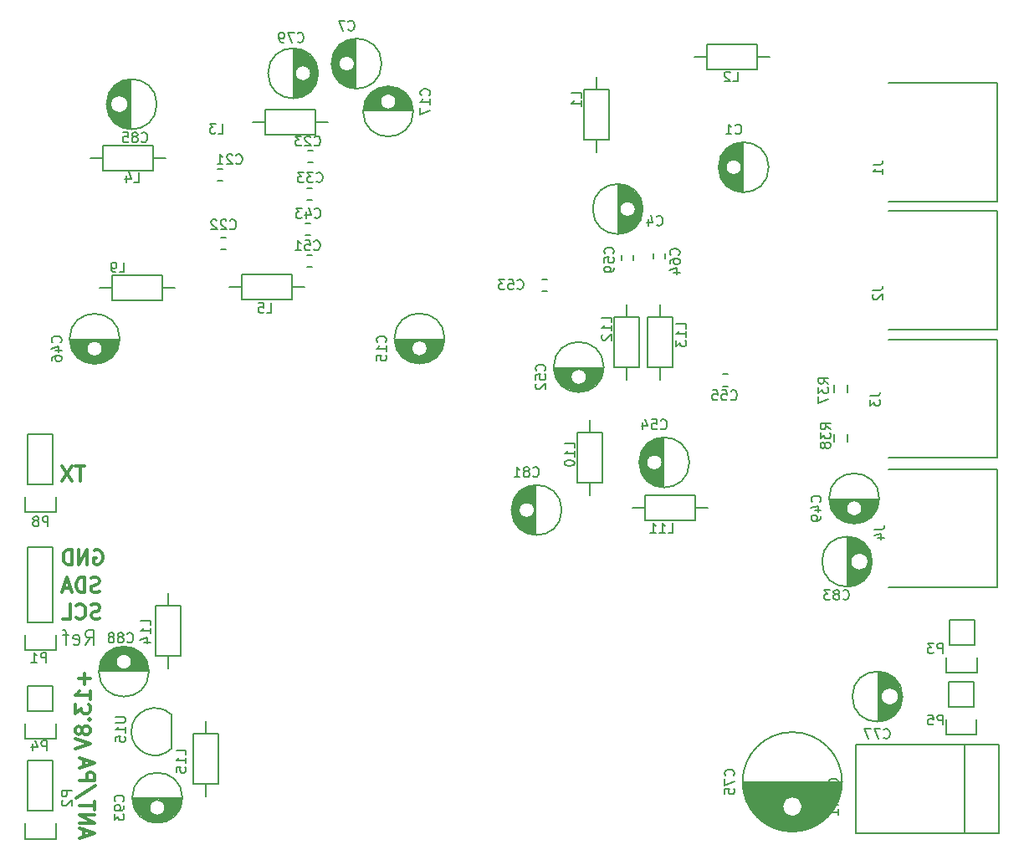
<source format=gbo>
G04 #@! TF.FileFunction,Legend,Bot*
%FSLAX46Y46*%
G04 Gerber Fmt 4.6, Leading zero omitted, Abs format (unit mm)*
G04 Created by KiCad (PCBNEW 4.0.3+e1-6302~38~ubuntu14.04.1-stable) date Thu Sep 29 11:28:22 2016*
%MOMM*%
%LPD*%
G01*
G04 APERTURE LIST*
%ADD10C,0.100000*%
%ADD11C,0.300000*%
%ADD12C,0.200000*%
%ADD13C,0.150000*%
G04 APERTURE END LIST*
D10*
D11*
X52422857Y-77818571D02*
X51565714Y-77818571D01*
X51994285Y-79318571D02*
X51994285Y-77818571D01*
X51208571Y-77818571D02*
X50208571Y-79318571D01*
X50208571Y-77818571D02*
X51208571Y-79318571D01*
X53442857Y-86370000D02*
X53585714Y-86298571D01*
X53800000Y-86298571D01*
X54014285Y-86370000D01*
X54157143Y-86512857D01*
X54228571Y-86655714D01*
X54300000Y-86941429D01*
X54300000Y-87155714D01*
X54228571Y-87441429D01*
X54157143Y-87584286D01*
X54014285Y-87727143D01*
X53800000Y-87798571D01*
X53657143Y-87798571D01*
X53442857Y-87727143D01*
X53371428Y-87655714D01*
X53371428Y-87155714D01*
X53657143Y-87155714D01*
X52728571Y-87798571D02*
X52728571Y-86298571D01*
X51871428Y-87798571D01*
X51871428Y-86298571D01*
X51157142Y-87798571D02*
X51157142Y-86298571D01*
X50799999Y-86298571D01*
X50585714Y-86370000D01*
X50442856Y-86512857D01*
X50371428Y-86655714D01*
X50299999Y-86941429D01*
X50299999Y-87155714D01*
X50371428Y-87441429D01*
X50442856Y-87584286D01*
X50585714Y-87727143D01*
X50799999Y-87798571D01*
X51157142Y-87798571D01*
X53961428Y-90547143D02*
X53747142Y-90618571D01*
X53389999Y-90618571D01*
X53247142Y-90547143D01*
X53175713Y-90475714D01*
X53104285Y-90332857D01*
X53104285Y-90190000D01*
X53175713Y-90047143D01*
X53247142Y-89975714D01*
X53389999Y-89904286D01*
X53675713Y-89832857D01*
X53818571Y-89761429D01*
X53889999Y-89690000D01*
X53961428Y-89547143D01*
X53961428Y-89404286D01*
X53889999Y-89261429D01*
X53818571Y-89190000D01*
X53675713Y-89118571D01*
X53318571Y-89118571D01*
X53104285Y-89190000D01*
X52461428Y-90618571D02*
X52461428Y-89118571D01*
X52104285Y-89118571D01*
X51890000Y-89190000D01*
X51747142Y-89332857D01*
X51675714Y-89475714D01*
X51604285Y-89761429D01*
X51604285Y-89975714D01*
X51675714Y-90261429D01*
X51747142Y-90404286D01*
X51890000Y-90547143D01*
X52104285Y-90618571D01*
X52461428Y-90618571D01*
X51032857Y-90190000D02*
X50318571Y-90190000D01*
X51175714Y-90618571D02*
X50675714Y-89118571D01*
X50175714Y-90618571D01*
X54005714Y-93227143D02*
X53791428Y-93298571D01*
X53434285Y-93298571D01*
X53291428Y-93227143D01*
X53219999Y-93155714D01*
X53148571Y-93012857D01*
X53148571Y-92870000D01*
X53219999Y-92727143D01*
X53291428Y-92655714D01*
X53434285Y-92584286D01*
X53719999Y-92512857D01*
X53862857Y-92441429D01*
X53934285Y-92370000D01*
X54005714Y-92227143D01*
X54005714Y-92084286D01*
X53934285Y-91941429D01*
X53862857Y-91870000D01*
X53719999Y-91798571D01*
X53362857Y-91798571D01*
X53148571Y-91870000D01*
X51648571Y-93155714D02*
X51720000Y-93227143D01*
X51934286Y-93298571D01*
X52077143Y-93298571D01*
X52291428Y-93227143D01*
X52434286Y-93084286D01*
X52505714Y-92941429D01*
X52577143Y-92655714D01*
X52577143Y-92441429D01*
X52505714Y-92155714D01*
X52434286Y-92012857D01*
X52291428Y-91870000D01*
X52077143Y-91798571D01*
X51934286Y-91798571D01*
X51720000Y-91870000D01*
X51648571Y-91941429D01*
X50291428Y-93298571D02*
X51005714Y-93298571D01*
X51005714Y-91798571D01*
D12*
X52547142Y-95928571D02*
X53047142Y-95214286D01*
X53404285Y-95928571D02*
X53404285Y-94428571D01*
X52832857Y-94428571D01*
X52689999Y-94500000D01*
X52618571Y-94571429D01*
X52547142Y-94714286D01*
X52547142Y-94928571D01*
X52618571Y-95071429D01*
X52689999Y-95142857D01*
X52832857Y-95214286D01*
X53404285Y-95214286D01*
X51332857Y-95857143D02*
X51475714Y-95928571D01*
X51761428Y-95928571D01*
X51904285Y-95857143D01*
X51975714Y-95714286D01*
X51975714Y-95142857D01*
X51904285Y-95000000D01*
X51761428Y-94928571D01*
X51475714Y-94928571D01*
X51332857Y-95000000D01*
X51261428Y-95142857D01*
X51261428Y-95285714D01*
X51975714Y-95428571D01*
X50832857Y-94928571D02*
X50261428Y-94928571D01*
X50618571Y-95928571D02*
X50618571Y-94642857D01*
X50547143Y-94500000D01*
X50404285Y-94428571D01*
X50261428Y-94428571D01*
D11*
X52477143Y-98785715D02*
X52477143Y-99928572D01*
X53048571Y-99357143D02*
X51905714Y-99357143D01*
X53048571Y-101428572D02*
X53048571Y-100571429D01*
X53048571Y-101000001D02*
X51548571Y-101000001D01*
X51762857Y-100857144D01*
X51905714Y-100714286D01*
X51977143Y-100571429D01*
X51548571Y-101928572D02*
X51548571Y-102857143D01*
X52120000Y-102357143D01*
X52120000Y-102571429D01*
X52191429Y-102714286D01*
X52262857Y-102785715D01*
X52405714Y-102857143D01*
X52762857Y-102857143D01*
X52905714Y-102785715D01*
X52977143Y-102714286D01*
X53048571Y-102571429D01*
X53048571Y-102142857D01*
X52977143Y-102000000D01*
X52905714Y-101928572D01*
X52905714Y-103500000D02*
X52977143Y-103571428D01*
X53048571Y-103500000D01*
X52977143Y-103428571D01*
X52905714Y-103500000D01*
X53048571Y-103500000D01*
X52191429Y-104428572D02*
X52120000Y-104285714D01*
X52048571Y-104214286D01*
X51905714Y-104142857D01*
X51834286Y-104142857D01*
X51691429Y-104214286D01*
X51620000Y-104285714D01*
X51548571Y-104428572D01*
X51548571Y-104714286D01*
X51620000Y-104857143D01*
X51691429Y-104928572D01*
X51834286Y-105000000D01*
X51905714Y-105000000D01*
X52048571Y-104928572D01*
X52120000Y-104857143D01*
X52191429Y-104714286D01*
X52191429Y-104428572D01*
X52262857Y-104285714D01*
X52334286Y-104214286D01*
X52477143Y-104142857D01*
X52762857Y-104142857D01*
X52905714Y-104214286D01*
X52977143Y-104285714D01*
X53048571Y-104428572D01*
X53048571Y-104714286D01*
X52977143Y-104857143D01*
X52905714Y-104928572D01*
X52762857Y-105000000D01*
X52477143Y-105000000D01*
X52334286Y-104928572D01*
X52262857Y-104857143D01*
X52191429Y-104714286D01*
X51548571Y-105428571D02*
X53048571Y-105928571D01*
X51548571Y-106428571D01*
X52390000Y-115312857D02*
X52390000Y-114598571D01*
X51961429Y-115455714D02*
X53461429Y-114955714D01*
X51961429Y-114455714D01*
X51961429Y-113955714D02*
X53461429Y-113955714D01*
X51961429Y-113098571D01*
X53461429Y-113098571D01*
X53461429Y-112598571D02*
X53461429Y-111741428D01*
X51961429Y-112169999D02*
X53461429Y-112169999D01*
X53532857Y-110170000D02*
X51604286Y-111455714D01*
X51961429Y-109669999D02*
X53461429Y-109669999D01*
X53461429Y-109098571D01*
X53390000Y-108955713D01*
X53318571Y-108884285D01*
X53175714Y-108812856D01*
X52961429Y-108812856D01*
X52818571Y-108884285D01*
X52747143Y-108955713D01*
X52675714Y-109098571D01*
X52675714Y-109669999D01*
X52390000Y-108241428D02*
X52390000Y-107527142D01*
X51961429Y-108384285D02*
X53461429Y-107884285D01*
X51961429Y-107384285D01*
D13*
X109430000Y-62740000D02*
X109430000Y-67820000D01*
X109430000Y-67820000D02*
X111970000Y-67820000D01*
X111970000Y-67820000D02*
X111970000Y-62740000D01*
X111970000Y-62740000D02*
X109430000Y-62740000D01*
X110700000Y-62740000D02*
X110700000Y-61470000D01*
X110700000Y-67820000D02*
X110700000Y-69090000D01*
X66410000Y-47730000D02*
X65910000Y-47730000D01*
X65910000Y-48930000D02*
X66410000Y-48930000D01*
X75050000Y-47100000D02*
X75550000Y-47100000D01*
X75550000Y-45900000D02*
X75050000Y-45900000D01*
X74950000Y-50900000D02*
X75450000Y-50900000D01*
X75450000Y-49700000D02*
X74950000Y-49700000D01*
X74850000Y-54450000D02*
X75350000Y-54450000D01*
X75350000Y-53250000D02*
X74850000Y-53250000D01*
X74950000Y-57700000D02*
X75450000Y-57700000D01*
X75450000Y-56500000D02*
X74950000Y-56500000D01*
X132775000Y-103659000D02*
X132775000Y-98661000D01*
X132915000Y-103651000D02*
X132915000Y-98669000D01*
X133055000Y-103635000D02*
X133055000Y-101255000D01*
X133055000Y-101065000D02*
X133055000Y-98685000D01*
X133195000Y-103611000D02*
X133195000Y-101650000D01*
X133195000Y-100670000D02*
X133195000Y-98709000D01*
X133335000Y-103578000D02*
X133335000Y-101817000D01*
X133335000Y-100503000D02*
X133335000Y-98742000D01*
X133475000Y-103537000D02*
X133475000Y-101924000D01*
X133475000Y-100396000D02*
X133475000Y-98783000D01*
X133615000Y-103487000D02*
X133615000Y-101995000D01*
X133615000Y-100325000D02*
X133615000Y-98833000D01*
X133755000Y-103426000D02*
X133755000Y-102039000D01*
X133755000Y-100281000D02*
X133755000Y-98894000D01*
X133895000Y-103356000D02*
X133895000Y-102058000D01*
X133895000Y-100262000D02*
X133895000Y-98964000D01*
X134035000Y-103274000D02*
X134035000Y-102056000D01*
X134035000Y-100264000D02*
X134035000Y-99046000D01*
X134175000Y-103179000D02*
X134175000Y-102031000D01*
X134175000Y-100289000D02*
X134175000Y-99141000D01*
X134315000Y-103068000D02*
X134315000Y-101983000D01*
X134315000Y-100337000D02*
X134315000Y-99252000D01*
X134455000Y-102940000D02*
X134455000Y-101905000D01*
X134455000Y-100415000D02*
X134455000Y-99380000D01*
X134595000Y-102791000D02*
X134595000Y-101788000D01*
X134595000Y-100532000D02*
X134595000Y-99529000D01*
X134735000Y-102612000D02*
X134735000Y-101600000D01*
X134735000Y-100720000D02*
X134735000Y-99708000D01*
X134875000Y-102393000D02*
X134875000Y-99927000D01*
X135015000Y-102104000D02*
X135015000Y-100216000D01*
X135155000Y-101632000D02*
X135155000Y-100688000D01*
X134850000Y-101160000D02*
G75*
G03X134850000Y-101160000I-900000J0D01*
G01*
X135237500Y-101160000D02*
G75*
G03X135237500Y-101160000I-2537500J0D01*
G01*
X57155000Y-38711000D02*
X57155000Y-43709000D01*
X57015000Y-38719000D02*
X57015000Y-43701000D01*
X56875000Y-38735000D02*
X56875000Y-41115000D01*
X56875000Y-41305000D02*
X56875000Y-43685000D01*
X56735000Y-38759000D02*
X56735000Y-40720000D01*
X56735000Y-41700000D02*
X56735000Y-43661000D01*
X56595000Y-38792000D02*
X56595000Y-40553000D01*
X56595000Y-41867000D02*
X56595000Y-43628000D01*
X56455000Y-38833000D02*
X56455000Y-40446000D01*
X56455000Y-41974000D02*
X56455000Y-43587000D01*
X56315000Y-38883000D02*
X56315000Y-40375000D01*
X56315000Y-42045000D02*
X56315000Y-43537000D01*
X56175000Y-38944000D02*
X56175000Y-40331000D01*
X56175000Y-42089000D02*
X56175000Y-43476000D01*
X56035000Y-39014000D02*
X56035000Y-40312000D01*
X56035000Y-42108000D02*
X56035000Y-43406000D01*
X55895000Y-39096000D02*
X55895000Y-40314000D01*
X55895000Y-42106000D02*
X55895000Y-43324000D01*
X55755000Y-39191000D02*
X55755000Y-40339000D01*
X55755000Y-42081000D02*
X55755000Y-43229000D01*
X55615000Y-39302000D02*
X55615000Y-40387000D01*
X55615000Y-42033000D02*
X55615000Y-43118000D01*
X55475000Y-39430000D02*
X55475000Y-40465000D01*
X55475000Y-41955000D02*
X55475000Y-42990000D01*
X55335000Y-39579000D02*
X55335000Y-40582000D01*
X55335000Y-41838000D02*
X55335000Y-42841000D01*
X55195000Y-39758000D02*
X55195000Y-40770000D01*
X55195000Y-41650000D02*
X55195000Y-42662000D01*
X55055000Y-39977000D02*
X55055000Y-42443000D01*
X54915000Y-40266000D02*
X54915000Y-42154000D01*
X54775000Y-40738000D02*
X54775000Y-41682000D01*
X56880000Y-41210000D02*
G75*
G03X56880000Y-41210000I-900000J0D01*
G01*
X59767500Y-41210000D02*
G75*
G03X59767500Y-41210000I-2537500J0D01*
G01*
X109220000Y-83312000D02*
X114300000Y-83312000D01*
X114300000Y-83312000D02*
X114300000Y-80772000D01*
X114300000Y-80772000D02*
X109220000Y-80772000D01*
X109220000Y-80772000D02*
X109220000Y-83312000D01*
X109220000Y-82042000D02*
X107950000Y-82042000D01*
X114300000Y-82042000D02*
X115570000Y-82042000D01*
X129675000Y-70400000D02*
X129675000Y-69600000D01*
X128325000Y-69600000D02*
X128325000Y-70400000D01*
X128325000Y-74600000D02*
X128325000Y-75400000D01*
X129675000Y-75400000D02*
X129675000Y-74600000D01*
X144850000Y-51060000D02*
X133850000Y-51060000D01*
X144850000Y-39060000D02*
X133850000Y-39060000D01*
X144850000Y-51060000D02*
X144850000Y-39060000D01*
X144850000Y-64010000D02*
X133850000Y-64010000D01*
X144850000Y-52010000D02*
X133850000Y-52010000D01*
X144850000Y-64010000D02*
X144850000Y-52010000D01*
X144850000Y-77000000D02*
X133850000Y-77000000D01*
X144850000Y-65000000D02*
X133850000Y-65000000D01*
X144850000Y-77000000D02*
X144850000Y-65000000D01*
X144850000Y-90120000D02*
X133850000Y-90120000D01*
X144850000Y-78120000D02*
X133850000Y-78120000D01*
X144850000Y-90120000D02*
X144850000Y-78120000D01*
X66780000Y-54730000D02*
X66280000Y-54730000D01*
X66280000Y-55930000D02*
X66780000Y-55930000D01*
X99300000Y-58900000D02*
X98800000Y-58900000D01*
X98800000Y-60100000D02*
X99300000Y-60100000D01*
X117575000Y-68550000D02*
X117075000Y-68550000D01*
X117075000Y-69750000D02*
X117575000Y-69750000D01*
X108000000Y-57000000D02*
X108000000Y-56500000D01*
X106800000Y-56500000D02*
X106800000Y-57000000D01*
X110050000Y-56350000D02*
X110050000Y-56850000D01*
X111250000Y-56850000D02*
X111250000Y-56350000D01*
X70710000Y-44300000D02*
X75790000Y-44300000D01*
X75790000Y-44300000D02*
X75790000Y-41760000D01*
X75790000Y-41760000D02*
X70710000Y-41760000D01*
X70710000Y-41760000D02*
X70710000Y-44300000D01*
X70710000Y-43030000D02*
X69440000Y-43030000D01*
X75790000Y-43030000D02*
X77060000Y-43030000D01*
X106080000Y-62740000D02*
X106080000Y-67820000D01*
X106080000Y-67820000D02*
X108620000Y-67820000D01*
X108620000Y-67820000D02*
X108620000Y-62740000D01*
X108620000Y-62740000D02*
X106080000Y-62740000D01*
X107350000Y-62740000D02*
X107350000Y-61470000D01*
X107350000Y-67820000D02*
X107350000Y-69090000D01*
X141500500Y-105999120D02*
X141500500Y-115000880D01*
X145000620Y-105999120D02*
X145000620Y-115000880D01*
X145000620Y-115000880D02*
X130499760Y-115000880D01*
X130499760Y-115000880D02*
X130499760Y-105999120D01*
X130499760Y-105999120D02*
X145000620Y-105999120D01*
X115450000Y-37730000D02*
X120530000Y-37730000D01*
X120530000Y-37730000D02*
X120530000Y-35190000D01*
X120530000Y-35190000D02*
X115450000Y-35190000D01*
X115450000Y-35190000D02*
X115450000Y-37730000D01*
X115450000Y-36460000D02*
X114180000Y-36460000D01*
X120530000Y-36460000D02*
X121800000Y-36460000D01*
X103030000Y-39760000D02*
X103030000Y-44840000D01*
X103030000Y-44840000D02*
X105570000Y-44840000D01*
X105570000Y-44840000D02*
X105570000Y-39760000D01*
X105570000Y-39760000D02*
X103030000Y-39760000D01*
X104300000Y-39760000D02*
X104300000Y-38490000D01*
X104300000Y-44840000D02*
X104300000Y-46110000D01*
X54340000Y-47900000D02*
X59420000Y-47900000D01*
X59420000Y-47900000D02*
X59420000Y-45360000D01*
X59420000Y-45360000D02*
X54340000Y-45360000D01*
X54340000Y-45360000D02*
X54340000Y-47900000D01*
X54340000Y-46630000D02*
X53070000Y-46630000D01*
X59420000Y-46630000D02*
X60690000Y-46630000D01*
X60290000Y-58490000D02*
X55210000Y-58490000D01*
X55210000Y-58490000D02*
X55210000Y-61030000D01*
X55210000Y-61030000D02*
X60290000Y-61030000D01*
X60290000Y-61030000D02*
X60290000Y-58490000D01*
X60290000Y-59760000D02*
X61560000Y-59760000D01*
X55210000Y-59760000D02*
X53940000Y-59760000D01*
X73430000Y-58470000D02*
X68350000Y-58470000D01*
X68350000Y-58470000D02*
X68350000Y-61010000D01*
X68350000Y-61010000D02*
X73430000Y-61010000D01*
X73430000Y-61010000D02*
X73430000Y-58470000D01*
X73430000Y-59740000D02*
X74700000Y-59740000D01*
X68350000Y-59740000D02*
X67080000Y-59740000D01*
X104902000Y-79502000D02*
X104902000Y-74422000D01*
X104902000Y-74422000D02*
X102362000Y-74422000D01*
X102362000Y-74422000D02*
X102362000Y-79502000D01*
X102362000Y-79502000D02*
X104902000Y-79502000D01*
X103632000Y-79502000D02*
X103632000Y-80772000D01*
X103632000Y-74422000D02*
X103632000Y-73152000D01*
X129705000Y-89999000D02*
X129705000Y-85001000D01*
X129845000Y-89991000D02*
X129845000Y-85009000D01*
X129985000Y-89975000D02*
X129985000Y-87595000D01*
X129985000Y-87405000D02*
X129985000Y-85025000D01*
X130125000Y-89951000D02*
X130125000Y-87990000D01*
X130125000Y-87010000D02*
X130125000Y-85049000D01*
X130265000Y-89918000D02*
X130265000Y-88157000D01*
X130265000Y-86843000D02*
X130265000Y-85082000D01*
X130405000Y-89877000D02*
X130405000Y-88264000D01*
X130405000Y-86736000D02*
X130405000Y-85123000D01*
X130545000Y-89827000D02*
X130545000Y-88335000D01*
X130545000Y-86665000D02*
X130545000Y-85173000D01*
X130685000Y-89766000D02*
X130685000Y-88379000D01*
X130685000Y-86621000D02*
X130685000Y-85234000D01*
X130825000Y-89696000D02*
X130825000Y-88398000D01*
X130825000Y-86602000D02*
X130825000Y-85304000D01*
X130965000Y-89614000D02*
X130965000Y-88396000D01*
X130965000Y-86604000D02*
X130965000Y-85386000D01*
X131105000Y-89519000D02*
X131105000Y-88371000D01*
X131105000Y-86629000D02*
X131105000Y-85481000D01*
X131245000Y-89408000D02*
X131245000Y-88323000D01*
X131245000Y-86677000D02*
X131245000Y-85592000D01*
X131385000Y-89280000D02*
X131385000Y-88245000D01*
X131385000Y-86755000D02*
X131385000Y-85720000D01*
X131525000Y-89131000D02*
X131525000Y-88128000D01*
X131525000Y-86872000D02*
X131525000Y-85869000D01*
X131665000Y-88952000D02*
X131665000Y-87940000D01*
X131665000Y-87060000D02*
X131665000Y-86048000D01*
X131805000Y-88733000D02*
X131805000Y-86267000D01*
X131945000Y-88444000D02*
X131945000Y-86556000D01*
X132085000Y-87972000D02*
X132085000Y-87028000D01*
X131780000Y-87500000D02*
G75*
G03X131780000Y-87500000I-900000J0D01*
G01*
X132167500Y-87500000D02*
G75*
G03X132167500Y-87500000I-2537500J0D01*
G01*
X46730000Y-79650000D02*
X46730000Y-74570000D01*
X46730000Y-74570000D02*
X49270000Y-74570000D01*
X49270000Y-74570000D02*
X49270000Y-79650000D01*
X49550000Y-82470000D02*
X49550000Y-80920000D01*
X49270000Y-79650000D02*
X46730000Y-79650000D01*
X46450000Y-80920000D02*
X46450000Y-82470000D01*
X46450000Y-82470000D02*
X49550000Y-82470000D01*
X46730000Y-112730000D02*
X46730000Y-107650000D01*
X46730000Y-107650000D02*
X49270000Y-107650000D01*
X49270000Y-107650000D02*
X49270000Y-112730000D01*
X49550000Y-115550000D02*
X49550000Y-114000000D01*
X49270000Y-112730000D02*
X46730000Y-112730000D01*
X46450000Y-114000000D02*
X46450000Y-115550000D01*
X46450000Y-115550000D02*
X49550000Y-115550000D01*
X61290000Y-103010000D02*
X61290000Y-106410000D01*
X61287056Y-103012944D02*
G75*
G03X57190000Y-104710000I-1697056J-1697056D01*
G01*
X61287056Y-106407056D02*
G75*
G02X57190000Y-104710000I-1697056J1697056D01*
G01*
X59650000Y-91920000D02*
X59650000Y-97000000D01*
X59650000Y-97000000D02*
X62190000Y-97000000D01*
X62190000Y-97000000D02*
X62190000Y-91920000D01*
X62190000Y-91920000D02*
X59650000Y-91920000D01*
X60920000Y-91920000D02*
X60920000Y-90650000D01*
X60920000Y-97000000D02*
X60920000Y-98270000D01*
X63440000Y-104910000D02*
X63440000Y-109990000D01*
X63440000Y-109990000D02*
X65980000Y-109990000D01*
X65980000Y-109990000D02*
X65980000Y-104910000D01*
X65980000Y-104910000D02*
X63440000Y-104910000D01*
X64710000Y-104910000D02*
X64710000Y-103640000D01*
X64710000Y-109990000D02*
X64710000Y-111260000D01*
X46730000Y-93670000D02*
X46730000Y-86050000D01*
X49270000Y-93670000D02*
X49270000Y-86050000D01*
X49550000Y-96490000D02*
X49550000Y-94940000D01*
X46730000Y-86050000D02*
X49270000Y-86050000D01*
X49270000Y-93670000D02*
X46730000Y-93670000D01*
X46450000Y-94940000D02*
X46450000Y-96490000D01*
X46450000Y-96490000D02*
X49550000Y-96490000D01*
X142510000Y-95920000D02*
X142510000Y-93380000D01*
X142790000Y-98740000D02*
X142790000Y-97190000D01*
X142510000Y-95920000D02*
X139970000Y-95920000D01*
X139690000Y-97190000D02*
X139690000Y-98740000D01*
X139690000Y-98740000D02*
X142790000Y-98740000D01*
X139970000Y-95920000D02*
X139970000Y-93380000D01*
X139970000Y-93380000D02*
X142510000Y-93380000D01*
X49270000Y-102610000D02*
X49270000Y-100070000D01*
X49550000Y-105430000D02*
X49550000Y-103880000D01*
X49270000Y-102610000D02*
X46730000Y-102610000D01*
X46450000Y-103880000D02*
X46450000Y-105430000D01*
X46450000Y-105430000D02*
X49550000Y-105430000D01*
X46730000Y-102610000D02*
X46730000Y-100070000D01*
X46730000Y-100070000D02*
X49270000Y-100070000D01*
X142470000Y-102210000D02*
X142470000Y-99670000D01*
X142750000Y-105030000D02*
X142750000Y-103480000D01*
X142470000Y-102210000D02*
X139930000Y-102210000D01*
X139650000Y-103480000D02*
X139650000Y-105030000D01*
X139650000Y-105030000D02*
X142750000Y-105030000D01*
X139930000Y-102210000D02*
X139930000Y-99670000D01*
X139930000Y-99670000D02*
X142470000Y-99670000D01*
X119091000Y-109865000D02*
X129089000Y-109865000D01*
X119095000Y-110005000D02*
X129085000Y-110005000D01*
X119103000Y-110145000D02*
X129077000Y-110145000D01*
X119115000Y-110285000D02*
X129065000Y-110285000D01*
X119130000Y-110425000D02*
X129050000Y-110425000D01*
X119150000Y-110565000D02*
X129030000Y-110565000D01*
X119174000Y-110705000D02*
X129006000Y-110705000D01*
X119203000Y-110845000D02*
X128977000Y-110845000D01*
X119235000Y-110985000D02*
X128945000Y-110985000D01*
X119272000Y-111125000D02*
X128908000Y-111125000D01*
X119313000Y-111265000D02*
X128867000Y-111265000D01*
X119358000Y-111405000D02*
X123624000Y-111405000D01*
X124556000Y-111405000D02*
X128822000Y-111405000D01*
X119408000Y-111545000D02*
X123423000Y-111545000D01*
X124757000Y-111545000D02*
X128772000Y-111545000D01*
X119463000Y-111685000D02*
X123294000Y-111685000D01*
X124886000Y-111685000D02*
X128717000Y-111685000D01*
X119523000Y-111825000D02*
X123205000Y-111825000D01*
X124975000Y-111825000D02*
X128657000Y-111825000D01*
X119588000Y-111965000D02*
X123144000Y-111965000D01*
X125036000Y-111965000D02*
X128592000Y-111965000D01*
X119658000Y-112105000D02*
X123107000Y-112105000D01*
X125073000Y-112105000D02*
X128522000Y-112105000D01*
X119734000Y-112245000D02*
X123091000Y-112245000D01*
X125089000Y-112245000D02*
X128446000Y-112245000D01*
X119816000Y-112385000D02*
X123095000Y-112385000D01*
X125085000Y-112385000D02*
X128364000Y-112385000D01*
X119904000Y-112525000D02*
X123118000Y-112525000D01*
X125062000Y-112525000D02*
X128276000Y-112525000D01*
X119999000Y-112665000D02*
X123163000Y-112665000D01*
X125017000Y-112665000D02*
X128181000Y-112665000D01*
X120101000Y-112805000D02*
X123233000Y-112805000D01*
X124947000Y-112805000D02*
X128079000Y-112805000D01*
X120211000Y-112945000D02*
X123334000Y-112945000D01*
X124846000Y-112945000D02*
X127969000Y-112945000D01*
X120329000Y-113085000D02*
X123483000Y-113085000D01*
X124697000Y-113085000D02*
X127851000Y-113085000D01*
X120457000Y-113225000D02*
X123735000Y-113225000D01*
X124445000Y-113225000D02*
X127723000Y-113225000D01*
X120594000Y-113365000D02*
X127586000Y-113365000D01*
X120744000Y-113505000D02*
X127436000Y-113505000D01*
X120906000Y-113645000D02*
X127274000Y-113645000D01*
X121083000Y-113785000D02*
X127097000Y-113785000D01*
X121279000Y-113925000D02*
X126901000Y-113925000D01*
X121497000Y-114065000D02*
X126683000Y-114065000D01*
X121743000Y-114205000D02*
X126437000Y-114205000D01*
X122028000Y-114345000D02*
X126152000Y-114345000D01*
X122370000Y-114485000D02*
X125810000Y-114485000D01*
X122816000Y-114625000D02*
X125364000Y-114625000D01*
X123591000Y-114765000D02*
X124589000Y-114765000D01*
X125090000Y-112290000D02*
G75*
G03X125090000Y-112290000I-1000000J0D01*
G01*
X129127500Y-109790000D02*
G75*
G03X129127500Y-109790000I-5037500J0D01*
G01*
X127851000Y-81185000D02*
X132849000Y-81185000D01*
X127859000Y-81325000D02*
X130196000Y-81325000D01*
X130504000Y-81325000D02*
X132841000Y-81325000D01*
X127875000Y-81465000D02*
X129877000Y-81465000D01*
X130823000Y-81465000D02*
X132825000Y-81465000D01*
X127899000Y-81605000D02*
X129730000Y-81605000D01*
X130970000Y-81605000D02*
X132801000Y-81605000D01*
X127932000Y-81745000D02*
X129638000Y-81745000D01*
X131062000Y-81745000D02*
X132768000Y-81745000D01*
X127973000Y-81885000D02*
X129582000Y-81885000D01*
X131118000Y-81885000D02*
X132727000Y-81885000D01*
X128023000Y-82025000D02*
X129555000Y-82025000D01*
X131145000Y-82025000D02*
X132677000Y-82025000D01*
X128084000Y-82165000D02*
X129552000Y-82165000D01*
X131148000Y-82165000D02*
X132616000Y-82165000D01*
X128154000Y-82305000D02*
X129574000Y-82305000D01*
X131126000Y-82305000D02*
X132546000Y-82305000D01*
X128236000Y-82445000D02*
X129624000Y-82445000D01*
X131076000Y-82445000D02*
X132464000Y-82445000D01*
X128331000Y-82585000D02*
X129706000Y-82585000D01*
X130994000Y-82585000D02*
X132369000Y-82585000D01*
X128442000Y-82725000D02*
X129838000Y-82725000D01*
X130862000Y-82725000D02*
X132258000Y-82725000D01*
X128570000Y-82865000D02*
X130085000Y-82865000D01*
X130615000Y-82865000D02*
X132130000Y-82865000D01*
X128719000Y-83005000D02*
X131981000Y-83005000D01*
X128898000Y-83145000D02*
X131802000Y-83145000D01*
X129117000Y-83285000D02*
X131583000Y-83285000D01*
X129406000Y-83425000D02*
X131294000Y-83425000D01*
X129878000Y-83565000D02*
X130822000Y-83565000D01*
X131150000Y-82110000D02*
G75*
G03X131150000Y-82110000I-800000J0D01*
G01*
X132887500Y-81110000D02*
G75*
G03X132887500Y-81110000I-2537500J0D01*
G01*
X99971000Y-67885000D02*
X104969000Y-67885000D01*
X99979000Y-68025000D02*
X102316000Y-68025000D01*
X102624000Y-68025000D02*
X104961000Y-68025000D01*
X99995000Y-68165000D02*
X101997000Y-68165000D01*
X102943000Y-68165000D02*
X104945000Y-68165000D01*
X100019000Y-68305000D02*
X101850000Y-68305000D01*
X103090000Y-68305000D02*
X104921000Y-68305000D01*
X100052000Y-68445000D02*
X101758000Y-68445000D01*
X103182000Y-68445000D02*
X104888000Y-68445000D01*
X100093000Y-68585000D02*
X101702000Y-68585000D01*
X103238000Y-68585000D02*
X104847000Y-68585000D01*
X100143000Y-68725000D02*
X101675000Y-68725000D01*
X103265000Y-68725000D02*
X104797000Y-68725000D01*
X100204000Y-68865000D02*
X101672000Y-68865000D01*
X103268000Y-68865000D02*
X104736000Y-68865000D01*
X100274000Y-69005000D02*
X101694000Y-69005000D01*
X103246000Y-69005000D02*
X104666000Y-69005000D01*
X100356000Y-69145000D02*
X101744000Y-69145000D01*
X103196000Y-69145000D02*
X104584000Y-69145000D01*
X100451000Y-69285000D02*
X101826000Y-69285000D01*
X103114000Y-69285000D02*
X104489000Y-69285000D01*
X100562000Y-69425000D02*
X101958000Y-69425000D01*
X102982000Y-69425000D02*
X104378000Y-69425000D01*
X100690000Y-69565000D02*
X102205000Y-69565000D01*
X102735000Y-69565000D02*
X104250000Y-69565000D01*
X100839000Y-69705000D02*
X104101000Y-69705000D01*
X101018000Y-69845000D02*
X103922000Y-69845000D01*
X101237000Y-69985000D02*
X103703000Y-69985000D01*
X101526000Y-70125000D02*
X103414000Y-70125000D01*
X101998000Y-70265000D02*
X102942000Y-70265000D01*
X103270000Y-68810000D02*
G75*
G03X103270000Y-68810000I-800000J0D01*
G01*
X105007500Y-67810000D02*
G75*
G03X105007500Y-67810000I-2537500J0D01*
G01*
X111055000Y-74961000D02*
X111055000Y-79959000D01*
X110915000Y-74969000D02*
X110915000Y-77306000D01*
X110915000Y-77614000D02*
X110915000Y-79951000D01*
X110775000Y-74985000D02*
X110775000Y-76987000D01*
X110775000Y-77933000D02*
X110775000Y-79935000D01*
X110635000Y-75009000D02*
X110635000Y-76840000D01*
X110635000Y-78080000D02*
X110635000Y-79911000D01*
X110495000Y-75042000D02*
X110495000Y-76748000D01*
X110495000Y-78172000D02*
X110495000Y-79878000D01*
X110355000Y-75083000D02*
X110355000Y-76692000D01*
X110355000Y-78228000D02*
X110355000Y-79837000D01*
X110215000Y-75133000D02*
X110215000Y-76665000D01*
X110215000Y-78255000D02*
X110215000Y-79787000D01*
X110075000Y-75194000D02*
X110075000Y-76662000D01*
X110075000Y-78258000D02*
X110075000Y-79726000D01*
X109935000Y-75264000D02*
X109935000Y-76684000D01*
X109935000Y-78236000D02*
X109935000Y-79656000D01*
X109795000Y-75346000D02*
X109795000Y-76734000D01*
X109795000Y-78186000D02*
X109795000Y-79574000D01*
X109655000Y-75441000D02*
X109655000Y-76816000D01*
X109655000Y-78104000D02*
X109655000Y-79479000D01*
X109515000Y-75552000D02*
X109515000Y-76948000D01*
X109515000Y-77972000D02*
X109515000Y-79368000D01*
X109375000Y-75680000D02*
X109375000Y-77195000D01*
X109375000Y-77725000D02*
X109375000Y-79240000D01*
X109235000Y-75829000D02*
X109235000Y-79091000D01*
X109095000Y-76008000D02*
X109095000Y-78912000D01*
X108955000Y-76227000D02*
X108955000Y-78693000D01*
X108815000Y-76516000D02*
X108815000Y-78404000D01*
X108675000Y-76988000D02*
X108675000Y-77932000D01*
X110930000Y-77460000D02*
G75*
G03X110930000Y-77460000I-800000J0D01*
G01*
X113667500Y-77460000D02*
G75*
G03X113667500Y-77460000I-2537500J0D01*
G01*
X58939000Y-98555000D02*
X53941000Y-98555000D01*
X58931000Y-98415000D02*
X56594000Y-98415000D01*
X56286000Y-98415000D02*
X53949000Y-98415000D01*
X58915000Y-98275000D02*
X56913000Y-98275000D01*
X55967000Y-98275000D02*
X53965000Y-98275000D01*
X58891000Y-98135000D02*
X57060000Y-98135000D01*
X55820000Y-98135000D02*
X53989000Y-98135000D01*
X58858000Y-97995000D02*
X57152000Y-97995000D01*
X55728000Y-97995000D02*
X54022000Y-97995000D01*
X58817000Y-97855000D02*
X57208000Y-97855000D01*
X55672000Y-97855000D02*
X54063000Y-97855000D01*
X58767000Y-97715000D02*
X57235000Y-97715000D01*
X55645000Y-97715000D02*
X54113000Y-97715000D01*
X58706000Y-97575000D02*
X57238000Y-97575000D01*
X55642000Y-97575000D02*
X54174000Y-97575000D01*
X58636000Y-97435000D02*
X57216000Y-97435000D01*
X55664000Y-97435000D02*
X54244000Y-97435000D01*
X58554000Y-97295000D02*
X57166000Y-97295000D01*
X55714000Y-97295000D02*
X54326000Y-97295000D01*
X58459000Y-97155000D02*
X57084000Y-97155000D01*
X55796000Y-97155000D02*
X54421000Y-97155000D01*
X58348000Y-97015000D02*
X56952000Y-97015000D01*
X55928000Y-97015000D02*
X54532000Y-97015000D01*
X58220000Y-96875000D02*
X56705000Y-96875000D01*
X56175000Y-96875000D02*
X54660000Y-96875000D01*
X58071000Y-96735000D02*
X54809000Y-96735000D01*
X57892000Y-96595000D02*
X54988000Y-96595000D01*
X57673000Y-96455000D02*
X55207000Y-96455000D01*
X57384000Y-96315000D02*
X55496000Y-96315000D01*
X56912000Y-96175000D02*
X55968000Y-96175000D01*
X57240000Y-97630000D02*
G75*
G03X57240000Y-97630000I-800000J0D01*
G01*
X58977500Y-98630000D02*
G75*
G03X58977500Y-98630000I-2537500J0D01*
G01*
X57321000Y-111475000D02*
X62319000Y-111475000D01*
X57329000Y-111615000D02*
X59666000Y-111615000D01*
X59974000Y-111615000D02*
X62311000Y-111615000D01*
X57345000Y-111755000D02*
X59347000Y-111755000D01*
X60293000Y-111755000D02*
X62295000Y-111755000D01*
X57369000Y-111895000D02*
X59200000Y-111895000D01*
X60440000Y-111895000D02*
X62271000Y-111895000D01*
X57402000Y-112035000D02*
X59108000Y-112035000D01*
X60532000Y-112035000D02*
X62238000Y-112035000D01*
X57443000Y-112175000D02*
X59052000Y-112175000D01*
X60588000Y-112175000D02*
X62197000Y-112175000D01*
X57493000Y-112315000D02*
X59025000Y-112315000D01*
X60615000Y-112315000D02*
X62147000Y-112315000D01*
X57554000Y-112455000D02*
X59022000Y-112455000D01*
X60618000Y-112455000D02*
X62086000Y-112455000D01*
X57624000Y-112595000D02*
X59044000Y-112595000D01*
X60596000Y-112595000D02*
X62016000Y-112595000D01*
X57706000Y-112735000D02*
X59094000Y-112735000D01*
X60546000Y-112735000D02*
X61934000Y-112735000D01*
X57801000Y-112875000D02*
X59176000Y-112875000D01*
X60464000Y-112875000D02*
X61839000Y-112875000D01*
X57912000Y-113015000D02*
X59308000Y-113015000D01*
X60332000Y-113015000D02*
X61728000Y-113015000D01*
X58040000Y-113155000D02*
X59555000Y-113155000D01*
X60085000Y-113155000D02*
X61600000Y-113155000D01*
X58189000Y-113295000D02*
X61451000Y-113295000D01*
X58368000Y-113435000D02*
X61272000Y-113435000D01*
X58587000Y-113575000D02*
X61053000Y-113575000D01*
X58876000Y-113715000D02*
X60764000Y-113715000D01*
X59348000Y-113855000D02*
X60292000Y-113855000D01*
X60620000Y-112400000D02*
G75*
G03X60620000Y-112400000I-800000J0D01*
G01*
X62357500Y-111400000D02*
G75*
G03X62357500Y-111400000I-2537500J0D01*
G01*
X79915000Y-34601000D02*
X79915000Y-39599000D01*
X79775000Y-34609000D02*
X79775000Y-36946000D01*
X79775000Y-37254000D02*
X79775000Y-39591000D01*
X79635000Y-34625000D02*
X79635000Y-36627000D01*
X79635000Y-37573000D02*
X79635000Y-39575000D01*
X79495000Y-34649000D02*
X79495000Y-36480000D01*
X79495000Y-37720000D02*
X79495000Y-39551000D01*
X79355000Y-34682000D02*
X79355000Y-36388000D01*
X79355000Y-37812000D02*
X79355000Y-39518000D01*
X79215000Y-34723000D02*
X79215000Y-36332000D01*
X79215000Y-37868000D02*
X79215000Y-39477000D01*
X79075000Y-34773000D02*
X79075000Y-36305000D01*
X79075000Y-37895000D02*
X79075000Y-39427000D01*
X78935000Y-34834000D02*
X78935000Y-36302000D01*
X78935000Y-37898000D02*
X78935000Y-39366000D01*
X78795000Y-34904000D02*
X78795000Y-36324000D01*
X78795000Y-37876000D02*
X78795000Y-39296000D01*
X78655000Y-34986000D02*
X78655000Y-36374000D01*
X78655000Y-37826000D02*
X78655000Y-39214000D01*
X78515000Y-35081000D02*
X78515000Y-36456000D01*
X78515000Y-37744000D02*
X78515000Y-39119000D01*
X78375000Y-35192000D02*
X78375000Y-36588000D01*
X78375000Y-37612000D02*
X78375000Y-39008000D01*
X78235000Y-35320000D02*
X78235000Y-36835000D01*
X78235000Y-37365000D02*
X78235000Y-38880000D01*
X78095000Y-35469000D02*
X78095000Y-38731000D01*
X77955000Y-35648000D02*
X77955000Y-38552000D01*
X77815000Y-35867000D02*
X77815000Y-38333000D01*
X77675000Y-36156000D02*
X77675000Y-38044000D01*
X77535000Y-36628000D02*
X77535000Y-37572000D01*
X79790000Y-37100000D02*
G75*
G03X79790000Y-37100000I-800000J0D01*
G01*
X82527500Y-37100000D02*
G75*
G03X82527500Y-37100000I-2537500J0D01*
G01*
X85689000Y-41865000D02*
X80691000Y-41865000D01*
X85681000Y-41725000D02*
X83344000Y-41725000D01*
X83036000Y-41725000D02*
X80699000Y-41725000D01*
X85665000Y-41585000D02*
X83663000Y-41585000D01*
X82717000Y-41585000D02*
X80715000Y-41585000D01*
X85641000Y-41445000D02*
X83810000Y-41445000D01*
X82570000Y-41445000D02*
X80739000Y-41445000D01*
X85608000Y-41305000D02*
X83902000Y-41305000D01*
X82478000Y-41305000D02*
X80772000Y-41305000D01*
X85567000Y-41165000D02*
X83958000Y-41165000D01*
X82422000Y-41165000D02*
X80813000Y-41165000D01*
X85517000Y-41025000D02*
X83985000Y-41025000D01*
X82395000Y-41025000D02*
X80863000Y-41025000D01*
X85456000Y-40885000D02*
X83988000Y-40885000D01*
X82392000Y-40885000D02*
X80924000Y-40885000D01*
X85386000Y-40745000D02*
X83966000Y-40745000D01*
X82414000Y-40745000D02*
X80994000Y-40745000D01*
X85304000Y-40605000D02*
X83916000Y-40605000D01*
X82464000Y-40605000D02*
X81076000Y-40605000D01*
X85209000Y-40465000D02*
X83834000Y-40465000D01*
X82546000Y-40465000D02*
X81171000Y-40465000D01*
X85098000Y-40325000D02*
X83702000Y-40325000D01*
X82678000Y-40325000D02*
X81282000Y-40325000D01*
X84970000Y-40185000D02*
X83455000Y-40185000D01*
X82925000Y-40185000D02*
X81410000Y-40185000D01*
X84821000Y-40045000D02*
X81559000Y-40045000D01*
X84642000Y-39905000D02*
X81738000Y-39905000D01*
X84423000Y-39765000D02*
X81957000Y-39765000D01*
X84134000Y-39625000D02*
X82246000Y-39625000D01*
X83662000Y-39485000D02*
X82718000Y-39485000D01*
X83990000Y-40940000D02*
G75*
G03X83990000Y-40940000I-800000J0D01*
G01*
X85727500Y-41940000D02*
G75*
G03X85727500Y-41940000I-2537500J0D01*
G01*
X50981000Y-65025000D02*
X55979000Y-65025000D01*
X50989000Y-65165000D02*
X53326000Y-65165000D01*
X53634000Y-65165000D02*
X55971000Y-65165000D01*
X51005000Y-65305000D02*
X53007000Y-65305000D01*
X53953000Y-65305000D02*
X55955000Y-65305000D01*
X51029000Y-65445000D02*
X52860000Y-65445000D01*
X54100000Y-65445000D02*
X55931000Y-65445000D01*
X51062000Y-65585000D02*
X52768000Y-65585000D01*
X54192000Y-65585000D02*
X55898000Y-65585000D01*
X51103000Y-65725000D02*
X52712000Y-65725000D01*
X54248000Y-65725000D02*
X55857000Y-65725000D01*
X51153000Y-65865000D02*
X52685000Y-65865000D01*
X54275000Y-65865000D02*
X55807000Y-65865000D01*
X51214000Y-66005000D02*
X52682000Y-66005000D01*
X54278000Y-66005000D02*
X55746000Y-66005000D01*
X51284000Y-66145000D02*
X52704000Y-66145000D01*
X54256000Y-66145000D02*
X55676000Y-66145000D01*
X51366000Y-66285000D02*
X52754000Y-66285000D01*
X54206000Y-66285000D02*
X55594000Y-66285000D01*
X51461000Y-66425000D02*
X52836000Y-66425000D01*
X54124000Y-66425000D02*
X55499000Y-66425000D01*
X51572000Y-66565000D02*
X52968000Y-66565000D01*
X53992000Y-66565000D02*
X55388000Y-66565000D01*
X51700000Y-66705000D02*
X53215000Y-66705000D01*
X53745000Y-66705000D02*
X55260000Y-66705000D01*
X51849000Y-66845000D02*
X55111000Y-66845000D01*
X52028000Y-66985000D02*
X54932000Y-66985000D01*
X52247000Y-67125000D02*
X54713000Y-67125000D01*
X52536000Y-67265000D02*
X54424000Y-67265000D01*
X53008000Y-67405000D02*
X53952000Y-67405000D01*
X54280000Y-65950000D02*
G75*
G03X54280000Y-65950000I-800000J0D01*
G01*
X56017500Y-64950000D02*
G75*
G03X56017500Y-64950000I-2537500J0D01*
G01*
X73645000Y-40579000D02*
X73645000Y-35581000D01*
X73785000Y-40571000D02*
X73785000Y-38234000D01*
X73785000Y-37926000D02*
X73785000Y-35589000D01*
X73925000Y-40555000D02*
X73925000Y-38553000D01*
X73925000Y-37607000D02*
X73925000Y-35605000D01*
X74065000Y-40531000D02*
X74065000Y-38700000D01*
X74065000Y-37460000D02*
X74065000Y-35629000D01*
X74205000Y-40498000D02*
X74205000Y-38792000D01*
X74205000Y-37368000D02*
X74205000Y-35662000D01*
X74345000Y-40457000D02*
X74345000Y-38848000D01*
X74345000Y-37312000D02*
X74345000Y-35703000D01*
X74485000Y-40407000D02*
X74485000Y-38875000D01*
X74485000Y-37285000D02*
X74485000Y-35753000D01*
X74625000Y-40346000D02*
X74625000Y-38878000D01*
X74625000Y-37282000D02*
X74625000Y-35814000D01*
X74765000Y-40276000D02*
X74765000Y-38856000D01*
X74765000Y-37304000D02*
X74765000Y-35884000D01*
X74905000Y-40194000D02*
X74905000Y-38806000D01*
X74905000Y-37354000D02*
X74905000Y-35966000D01*
X75045000Y-40099000D02*
X75045000Y-38724000D01*
X75045000Y-37436000D02*
X75045000Y-36061000D01*
X75185000Y-39988000D02*
X75185000Y-38592000D01*
X75185000Y-37568000D02*
X75185000Y-36172000D01*
X75325000Y-39860000D02*
X75325000Y-38345000D01*
X75325000Y-37815000D02*
X75325000Y-36300000D01*
X75465000Y-39711000D02*
X75465000Y-36449000D01*
X75605000Y-39532000D02*
X75605000Y-36628000D01*
X75745000Y-39313000D02*
X75745000Y-36847000D01*
X75885000Y-39024000D02*
X75885000Y-37136000D01*
X76025000Y-38552000D02*
X76025000Y-37608000D01*
X75370000Y-38080000D02*
G75*
G03X75370000Y-38080000I-800000J0D01*
G01*
X76107500Y-38080000D02*
G75*
G03X76107500Y-38080000I-2537500J0D01*
G01*
X98135000Y-79781000D02*
X98135000Y-84779000D01*
X97995000Y-79789000D02*
X97995000Y-82126000D01*
X97995000Y-82434000D02*
X97995000Y-84771000D01*
X97855000Y-79805000D02*
X97855000Y-81807000D01*
X97855000Y-82753000D02*
X97855000Y-84755000D01*
X97715000Y-79829000D02*
X97715000Y-81660000D01*
X97715000Y-82900000D02*
X97715000Y-84731000D01*
X97575000Y-79862000D02*
X97575000Y-81568000D01*
X97575000Y-82992000D02*
X97575000Y-84698000D01*
X97435000Y-79903000D02*
X97435000Y-81512000D01*
X97435000Y-83048000D02*
X97435000Y-84657000D01*
X97295000Y-79953000D02*
X97295000Y-81485000D01*
X97295000Y-83075000D02*
X97295000Y-84607000D01*
X97155000Y-80014000D02*
X97155000Y-81482000D01*
X97155000Y-83078000D02*
X97155000Y-84546000D01*
X97015000Y-80084000D02*
X97015000Y-81504000D01*
X97015000Y-83056000D02*
X97015000Y-84476000D01*
X96875000Y-80166000D02*
X96875000Y-81554000D01*
X96875000Y-83006000D02*
X96875000Y-84394000D01*
X96735000Y-80261000D02*
X96735000Y-81636000D01*
X96735000Y-82924000D02*
X96735000Y-84299000D01*
X96595000Y-80372000D02*
X96595000Y-81768000D01*
X96595000Y-82792000D02*
X96595000Y-84188000D01*
X96455000Y-80500000D02*
X96455000Y-82015000D01*
X96455000Y-82545000D02*
X96455000Y-84060000D01*
X96315000Y-80649000D02*
X96315000Y-83911000D01*
X96175000Y-80828000D02*
X96175000Y-83732000D01*
X96035000Y-81047000D02*
X96035000Y-83513000D01*
X95895000Y-81336000D02*
X95895000Y-83224000D01*
X95755000Y-81808000D02*
X95755000Y-82752000D01*
X98010000Y-82280000D02*
G75*
G03X98010000Y-82280000I-800000J0D01*
G01*
X100747500Y-82280000D02*
G75*
G03X100747500Y-82280000I-2537500J0D01*
G01*
X106501000Y-54315000D02*
X106501000Y-49317000D01*
X106641000Y-54307000D02*
X106641000Y-51970000D01*
X106641000Y-51662000D02*
X106641000Y-49325000D01*
X106781000Y-54291000D02*
X106781000Y-52289000D01*
X106781000Y-51343000D02*
X106781000Y-49341000D01*
X106921000Y-54267000D02*
X106921000Y-52436000D01*
X106921000Y-51196000D02*
X106921000Y-49365000D01*
X107061000Y-54234000D02*
X107061000Y-52528000D01*
X107061000Y-51104000D02*
X107061000Y-49398000D01*
X107201000Y-54193000D02*
X107201000Y-52584000D01*
X107201000Y-51048000D02*
X107201000Y-49439000D01*
X107341000Y-54143000D02*
X107341000Y-52611000D01*
X107341000Y-51021000D02*
X107341000Y-49489000D01*
X107481000Y-54082000D02*
X107481000Y-52614000D01*
X107481000Y-51018000D02*
X107481000Y-49550000D01*
X107621000Y-54012000D02*
X107621000Y-52592000D01*
X107621000Y-51040000D02*
X107621000Y-49620000D01*
X107761000Y-53930000D02*
X107761000Y-52542000D01*
X107761000Y-51090000D02*
X107761000Y-49702000D01*
X107901000Y-53835000D02*
X107901000Y-52460000D01*
X107901000Y-51172000D02*
X107901000Y-49797000D01*
X108041000Y-53724000D02*
X108041000Y-52328000D01*
X108041000Y-51304000D02*
X108041000Y-49908000D01*
X108181000Y-53596000D02*
X108181000Y-52081000D01*
X108181000Y-51551000D02*
X108181000Y-50036000D01*
X108321000Y-53447000D02*
X108321000Y-50185000D01*
X108461000Y-53268000D02*
X108461000Y-50364000D01*
X108601000Y-53049000D02*
X108601000Y-50583000D01*
X108741000Y-52760000D02*
X108741000Y-50872000D01*
X108881000Y-52288000D02*
X108881000Y-51344000D01*
X108226000Y-51816000D02*
G75*
G03X108226000Y-51816000I-800000J0D01*
G01*
X108963500Y-51816000D02*
G75*
G03X108963500Y-51816000I-2537500J0D01*
G01*
X83861000Y-64995000D02*
X88859000Y-64995000D01*
X83869000Y-65135000D02*
X86206000Y-65135000D01*
X86514000Y-65135000D02*
X88851000Y-65135000D01*
X83885000Y-65275000D02*
X85887000Y-65275000D01*
X86833000Y-65275000D02*
X88835000Y-65275000D01*
X83909000Y-65415000D02*
X85740000Y-65415000D01*
X86980000Y-65415000D02*
X88811000Y-65415000D01*
X83942000Y-65555000D02*
X85648000Y-65555000D01*
X87072000Y-65555000D02*
X88778000Y-65555000D01*
X83983000Y-65695000D02*
X85592000Y-65695000D01*
X87128000Y-65695000D02*
X88737000Y-65695000D01*
X84033000Y-65835000D02*
X85565000Y-65835000D01*
X87155000Y-65835000D02*
X88687000Y-65835000D01*
X84094000Y-65975000D02*
X85562000Y-65975000D01*
X87158000Y-65975000D02*
X88626000Y-65975000D01*
X84164000Y-66115000D02*
X85584000Y-66115000D01*
X87136000Y-66115000D02*
X88556000Y-66115000D01*
X84246000Y-66255000D02*
X85634000Y-66255000D01*
X87086000Y-66255000D02*
X88474000Y-66255000D01*
X84341000Y-66395000D02*
X85716000Y-66395000D01*
X87004000Y-66395000D02*
X88379000Y-66395000D01*
X84452000Y-66535000D02*
X85848000Y-66535000D01*
X86872000Y-66535000D02*
X88268000Y-66535000D01*
X84580000Y-66675000D02*
X86095000Y-66675000D01*
X86625000Y-66675000D02*
X88140000Y-66675000D01*
X84729000Y-66815000D02*
X87991000Y-66815000D01*
X84908000Y-66955000D02*
X87812000Y-66955000D01*
X85127000Y-67095000D02*
X87593000Y-67095000D01*
X85416000Y-67235000D02*
X87304000Y-67235000D01*
X85888000Y-67375000D02*
X86832000Y-67375000D01*
X87160000Y-65920000D02*
G75*
G03X87160000Y-65920000I-800000J0D01*
G01*
X88897500Y-64920000D02*
G75*
G03X88897500Y-64920000I-2537500J0D01*
G01*
X119085000Y-45091000D02*
X119085000Y-50089000D01*
X118945000Y-45099000D02*
X118945000Y-47436000D01*
X118945000Y-47744000D02*
X118945000Y-50081000D01*
X118805000Y-45115000D02*
X118805000Y-47117000D01*
X118805000Y-48063000D02*
X118805000Y-50065000D01*
X118665000Y-45139000D02*
X118665000Y-46970000D01*
X118665000Y-48210000D02*
X118665000Y-50041000D01*
X118525000Y-45172000D02*
X118525000Y-46878000D01*
X118525000Y-48302000D02*
X118525000Y-50008000D01*
X118385000Y-45213000D02*
X118385000Y-46822000D01*
X118385000Y-48358000D02*
X118385000Y-49967000D01*
X118245000Y-45263000D02*
X118245000Y-46795000D01*
X118245000Y-48385000D02*
X118245000Y-49917000D01*
X118105000Y-45324000D02*
X118105000Y-46792000D01*
X118105000Y-48388000D02*
X118105000Y-49856000D01*
X117965000Y-45394000D02*
X117965000Y-46814000D01*
X117965000Y-48366000D02*
X117965000Y-49786000D01*
X117825000Y-45476000D02*
X117825000Y-46864000D01*
X117825000Y-48316000D02*
X117825000Y-49704000D01*
X117685000Y-45571000D02*
X117685000Y-46946000D01*
X117685000Y-48234000D02*
X117685000Y-49609000D01*
X117545000Y-45682000D02*
X117545000Y-47078000D01*
X117545000Y-48102000D02*
X117545000Y-49498000D01*
X117405000Y-45810000D02*
X117405000Y-47325000D01*
X117405000Y-47855000D02*
X117405000Y-49370000D01*
X117265000Y-45959000D02*
X117265000Y-49221000D01*
X117125000Y-46138000D02*
X117125000Y-49042000D01*
X116985000Y-46357000D02*
X116985000Y-48823000D01*
X116845000Y-46646000D02*
X116845000Y-48534000D01*
X116705000Y-47118000D02*
X116705000Y-48062000D01*
X118960000Y-47590000D02*
G75*
G03X118960000Y-47590000I-800000J0D01*
G01*
X121697500Y-47590000D02*
G75*
G03X121697500Y-47590000I-2537500J0D01*
G01*
X113352381Y-63907143D02*
X113352381Y-63430952D01*
X112352381Y-63430952D01*
X113352381Y-64764286D02*
X113352381Y-64192857D01*
X113352381Y-64478571D02*
X112352381Y-64478571D01*
X112495238Y-64383333D01*
X112590476Y-64288095D01*
X112638095Y-64192857D01*
X112352381Y-65097619D02*
X112352381Y-65716667D01*
X112733333Y-65383333D01*
X112733333Y-65526191D01*
X112780952Y-65621429D01*
X112828571Y-65669048D01*
X112923810Y-65716667D01*
X113161905Y-65716667D01*
X113257143Y-65669048D01*
X113304762Y-65621429D01*
X113352381Y-65526191D01*
X113352381Y-65240476D01*
X113304762Y-65145238D01*
X113257143Y-65097619D01*
X67802857Y-47187143D02*
X67850476Y-47234762D01*
X67993333Y-47282381D01*
X68088571Y-47282381D01*
X68231429Y-47234762D01*
X68326667Y-47139524D01*
X68374286Y-47044286D01*
X68421905Y-46853810D01*
X68421905Y-46710952D01*
X68374286Y-46520476D01*
X68326667Y-46425238D01*
X68231429Y-46330000D01*
X68088571Y-46282381D01*
X67993333Y-46282381D01*
X67850476Y-46330000D01*
X67802857Y-46377619D01*
X67421905Y-46377619D02*
X67374286Y-46330000D01*
X67279048Y-46282381D01*
X67040952Y-46282381D01*
X66945714Y-46330000D01*
X66898095Y-46377619D01*
X66850476Y-46472857D01*
X66850476Y-46568095D01*
X66898095Y-46710952D01*
X67469524Y-47282381D01*
X66850476Y-47282381D01*
X65898095Y-47282381D02*
X66469524Y-47282381D01*
X66183810Y-47282381D02*
X66183810Y-46282381D01*
X66279048Y-46425238D01*
X66374286Y-46520476D01*
X66469524Y-46568095D01*
X75712857Y-45337143D02*
X75760476Y-45384762D01*
X75903333Y-45432381D01*
X75998571Y-45432381D01*
X76141429Y-45384762D01*
X76236667Y-45289524D01*
X76284286Y-45194286D01*
X76331905Y-45003810D01*
X76331905Y-44860952D01*
X76284286Y-44670476D01*
X76236667Y-44575238D01*
X76141429Y-44480000D01*
X75998571Y-44432381D01*
X75903333Y-44432381D01*
X75760476Y-44480000D01*
X75712857Y-44527619D01*
X75331905Y-44527619D02*
X75284286Y-44480000D01*
X75189048Y-44432381D01*
X74950952Y-44432381D01*
X74855714Y-44480000D01*
X74808095Y-44527619D01*
X74760476Y-44622857D01*
X74760476Y-44718095D01*
X74808095Y-44860952D01*
X75379524Y-45432381D01*
X74760476Y-45432381D01*
X74427143Y-44432381D02*
X73808095Y-44432381D01*
X74141429Y-44813333D01*
X73998571Y-44813333D01*
X73903333Y-44860952D01*
X73855714Y-44908571D01*
X73808095Y-45003810D01*
X73808095Y-45241905D01*
X73855714Y-45337143D01*
X73903333Y-45384762D01*
X73998571Y-45432381D01*
X74284286Y-45432381D01*
X74379524Y-45384762D01*
X74427143Y-45337143D01*
X75942857Y-49027143D02*
X75990476Y-49074762D01*
X76133333Y-49122381D01*
X76228571Y-49122381D01*
X76371429Y-49074762D01*
X76466667Y-48979524D01*
X76514286Y-48884286D01*
X76561905Y-48693810D01*
X76561905Y-48550952D01*
X76514286Y-48360476D01*
X76466667Y-48265238D01*
X76371429Y-48170000D01*
X76228571Y-48122381D01*
X76133333Y-48122381D01*
X75990476Y-48170000D01*
X75942857Y-48217619D01*
X75609524Y-48122381D02*
X74990476Y-48122381D01*
X75323810Y-48503333D01*
X75180952Y-48503333D01*
X75085714Y-48550952D01*
X75038095Y-48598571D01*
X74990476Y-48693810D01*
X74990476Y-48931905D01*
X75038095Y-49027143D01*
X75085714Y-49074762D01*
X75180952Y-49122381D01*
X75466667Y-49122381D01*
X75561905Y-49074762D01*
X75609524Y-49027143D01*
X74657143Y-48122381D02*
X74038095Y-48122381D01*
X74371429Y-48503333D01*
X74228571Y-48503333D01*
X74133333Y-48550952D01*
X74085714Y-48598571D01*
X74038095Y-48693810D01*
X74038095Y-48931905D01*
X74085714Y-49027143D01*
X74133333Y-49074762D01*
X74228571Y-49122381D01*
X74514286Y-49122381D01*
X74609524Y-49074762D01*
X74657143Y-49027143D01*
X75742857Y-52637143D02*
X75790476Y-52684762D01*
X75933333Y-52732381D01*
X76028571Y-52732381D01*
X76171429Y-52684762D01*
X76266667Y-52589524D01*
X76314286Y-52494286D01*
X76361905Y-52303810D01*
X76361905Y-52160952D01*
X76314286Y-51970476D01*
X76266667Y-51875238D01*
X76171429Y-51780000D01*
X76028571Y-51732381D01*
X75933333Y-51732381D01*
X75790476Y-51780000D01*
X75742857Y-51827619D01*
X74885714Y-52065714D02*
X74885714Y-52732381D01*
X75123810Y-51684762D02*
X75361905Y-52399048D01*
X74742857Y-52399048D01*
X74457143Y-51732381D02*
X73838095Y-51732381D01*
X74171429Y-52113333D01*
X74028571Y-52113333D01*
X73933333Y-52160952D01*
X73885714Y-52208571D01*
X73838095Y-52303810D01*
X73838095Y-52541905D01*
X73885714Y-52637143D01*
X73933333Y-52684762D01*
X74028571Y-52732381D01*
X74314286Y-52732381D01*
X74409524Y-52684762D01*
X74457143Y-52637143D01*
X75682857Y-55907143D02*
X75730476Y-55954762D01*
X75873333Y-56002381D01*
X75968571Y-56002381D01*
X76111429Y-55954762D01*
X76206667Y-55859524D01*
X76254286Y-55764286D01*
X76301905Y-55573810D01*
X76301905Y-55430952D01*
X76254286Y-55240476D01*
X76206667Y-55145238D01*
X76111429Y-55050000D01*
X75968571Y-55002381D01*
X75873333Y-55002381D01*
X75730476Y-55050000D01*
X75682857Y-55097619D01*
X74778095Y-55002381D02*
X75254286Y-55002381D01*
X75301905Y-55478571D01*
X75254286Y-55430952D01*
X75159048Y-55383333D01*
X74920952Y-55383333D01*
X74825714Y-55430952D01*
X74778095Y-55478571D01*
X74730476Y-55573810D01*
X74730476Y-55811905D01*
X74778095Y-55907143D01*
X74825714Y-55954762D01*
X74920952Y-56002381D01*
X75159048Y-56002381D01*
X75254286Y-55954762D01*
X75301905Y-55907143D01*
X73778095Y-56002381D02*
X74349524Y-56002381D01*
X74063810Y-56002381D02*
X74063810Y-55002381D01*
X74159048Y-55145238D01*
X74254286Y-55240476D01*
X74349524Y-55288095D01*
X133342857Y-105317143D02*
X133390476Y-105364762D01*
X133533333Y-105412381D01*
X133628571Y-105412381D01*
X133771429Y-105364762D01*
X133866667Y-105269524D01*
X133914286Y-105174286D01*
X133961905Y-104983810D01*
X133961905Y-104840952D01*
X133914286Y-104650476D01*
X133866667Y-104555238D01*
X133771429Y-104460000D01*
X133628571Y-104412381D01*
X133533333Y-104412381D01*
X133390476Y-104460000D01*
X133342857Y-104507619D01*
X133009524Y-104412381D02*
X132342857Y-104412381D01*
X132771429Y-105412381D01*
X132057143Y-104412381D02*
X131390476Y-104412381D01*
X131819048Y-105412381D01*
X58222857Y-44967143D02*
X58270476Y-45014762D01*
X58413333Y-45062381D01*
X58508571Y-45062381D01*
X58651429Y-45014762D01*
X58746667Y-44919524D01*
X58794286Y-44824286D01*
X58841905Y-44633810D01*
X58841905Y-44490952D01*
X58794286Y-44300476D01*
X58746667Y-44205238D01*
X58651429Y-44110000D01*
X58508571Y-44062381D01*
X58413333Y-44062381D01*
X58270476Y-44110000D01*
X58222857Y-44157619D01*
X57651429Y-44490952D02*
X57746667Y-44443333D01*
X57794286Y-44395714D01*
X57841905Y-44300476D01*
X57841905Y-44252857D01*
X57794286Y-44157619D01*
X57746667Y-44110000D01*
X57651429Y-44062381D01*
X57460952Y-44062381D01*
X57365714Y-44110000D01*
X57318095Y-44157619D01*
X57270476Y-44252857D01*
X57270476Y-44300476D01*
X57318095Y-44395714D01*
X57365714Y-44443333D01*
X57460952Y-44490952D01*
X57651429Y-44490952D01*
X57746667Y-44538571D01*
X57794286Y-44586190D01*
X57841905Y-44681429D01*
X57841905Y-44871905D01*
X57794286Y-44967143D01*
X57746667Y-45014762D01*
X57651429Y-45062381D01*
X57460952Y-45062381D01*
X57365714Y-45014762D01*
X57318095Y-44967143D01*
X57270476Y-44871905D01*
X57270476Y-44681429D01*
X57318095Y-44586190D01*
X57365714Y-44538571D01*
X57460952Y-44490952D01*
X56365714Y-44062381D02*
X56841905Y-44062381D01*
X56889524Y-44538571D01*
X56841905Y-44490952D01*
X56746667Y-44443333D01*
X56508571Y-44443333D01*
X56413333Y-44490952D01*
X56365714Y-44538571D01*
X56318095Y-44633810D01*
X56318095Y-44871905D01*
X56365714Y-44967143D01*
X56413333Y-45014762D01*
X56508571Y-45062381D01*
X56746667Y-45062381D01*
X56841905Y-45014762D01*
X56889524Y-44967143D01*
X111522857Y-84594381D02*
X111999048Y-84594381D01*
X111999048Y-83594381D01*
X110665714Y-84594381D02*
X111237143Y-84594381D01*
X110951429Y-84594381D02*
X110951429Y-83594381D01*
X111046667Y-83737238D01*
X111141905Y-83832476D01*
X111237143Y-83880095D01*
X109713333Y-84594381D02*
X110284762Y-84594381D01*
X109999048Y-84594381D02*
X109999048Y-83594381D01*
X110094286Y-83737238D01*
X110189524Y-83832476D01*
X110284762Y-83880095D01*
X127752381Y-69497143D02*
X127276190Y-69163809D01*
X127752381Y-68925714D02*
X126752381Y-68925714D01*
X126752381Y-69306667D01*
X126800000Y-69401905D01*
X126847619Y-69449524D01*
X126942857Y-69497143D01*
X127085714Y-69497143D01*
X127180952Y-69449524D01*
X127228571Y-69401905D01*
X127276190Y-69306667D01*
X127276190Y-68925714D01*
X126752381Y-69830476D02*
X126752381Y-70449524D01*
X127133333Y-70116190D01*
X127133333Y-70259048D01*
X127180952Y-70354286D01*
X127228571Y-70401905D01*
X127323810Y-70449524D01*
X127561905Y-70449524D01*
X127657143Y-70401905D01*
X127704762Y-70354286D01*
X127752381Y-70259048D01*
X127752381Y-69973333D01*
X127704762Y-69878095D01*
X127657143Y-69830476D01*
X126752381Y-70782857D02*
X126752381Y-71449524D01*
X127752381Y-71020952D01*
X127952381Y-74107143D02*
X127476190Y-73773809D01*
X127952381Y-73535714D02*
X126952381Y-73535714D01*
X126952381Y-73916667D01*
X127000000Y-74011905D01*
X127047619Y-74059524D01*
X127142857Y-74107143D01*
X127285714Y-74107143D01*
X127380952Y-74059524D01*
X127428571Y-74011905D01*
X127476190Y-73916667D01*
X127476190Y-73535714D01*
X126952381Y-74440476D02*
X126952381Y-75059524D01*
X127333333Y-74726190D01*
X127333333Y-74869048D01*
X127380952Y-74964286D01*
X127428571Y-75011905D01*
X127523810Y-75059524D01*
X127761905Y-75059524D01*
X127857143Y-75011905D01*
X127904762Y-74964286D01*
X127952381Y-74869048D01*
X127952381Y-74583333D01*
X127904762Y-74488095D01*
X127857143Y-74440476D01*
X127380952Y-75630952D02*
X127333333Y-75535714D01*
X127285714Y-75488095D01*
X127190476Y-75440476D01*
X127142857Y-75440476D01*
X127047619Y-75488095D01*
X127000000Y-75535714D01*
X126952381Y-75630952D01*
X126952381Y-75821429D01*
X127000000Y-75916667D01*
X127047619Y-75964286D01*
X127142857Y-76011905D01*
X127190476Y-76011905D01*
X127285714Y-75964286D01*
X127333333Y-75916667D01*
X127380952Y-75821429D01*
X127380952Y-75630952D01*
X127428571Y-75535714D01*
X127476190Y-75488095D01*
X127571429Y-75440476D01*
X127761905Y-75440476D01*
X127857143Y-75488095D01*
X127904762Y-75535714D01*
X127952381Y-75630952D01*
X127952381Y-75821429D01*
X127904762Y-75916667D01*
X127857143Y-75964286D01*
X127761905Y-76011905D01*
X127571429Y-76011905D01*
X127476190Y-75964286D01*
X127428571Y-75916667D01*
X127380952Y-75821429D01*
X132272381Y-47306667D02*
X132986667Y-47306667D01*
X133129524Y-47259047D01*
X133224762Y-47163809D01*
X133272381Y-47020952D01*
X133272381Y-46925714D01*
X133272381Y-48306667D02*
X133272381Y-47735238D01*
X133272381Y-48020952D02*
X132272381Y-48020952D01*
X132415238Y-47925714D01*
X132510476Y-47830476D01*
X132558095Y-47735238D01*
X132242381Y-60006667D02*
X132956667Y-60006667D01*
X133099524Y-59959047D01*
X133194762Y-59863809D01*
X133242381Y-59720952D01*
X133242381Y-59625714D01*
X132337619Y-60435238D02*
X132290000Y-60482857D01*
X132242381Y-60578095D01*
X132242381Y-60816191D01*
X132290000Y-60911429D01*
X132337619Y-60959048D01*
X132432857Y-61006667D01*
X132528095Y-61006667D01*
X132670952Y-60959048D01*
X133242381Y-60387619D01*
X133242381Y-61006667D01*
X131962381Y-70726667D02*
X132676667Y-70726667D01*
X132819524Y-70679047D01*
X132914762Y-70583809D01*
X132962381Y-70440952D01*
X132962381Y-70345714D01*
X131962381Y-71107619D02*
X131962381Y-71726667D01*
X132343333Y-71393333D01*
X132343333Y-71536191D01*
X132390952Y-71631429D01*
X132438571Y-71679048D01*
X132533810Y-71726667D01*
X132771905Y-71726667D01*
X132867143Y-71679048D01*
X132914762Y-71631429D01*
X132962381Y-71536191D01*
X132962381Y-71250476D01*
X132914762Y-71155238D01*
X132867143Y-71107619D01*
X132422381Y-84216667D02*
X133136667Y-84216667D01*
X133279524Y-84169047D01*
X133374762Y-84073809D01*
X133422381Y-83930952D01*
X133422381Y-83835714D01*
X132755714Y-85121429D02*
X133422381Y-85121429D01*
X132374762Y-84883333D02*
X133089048Y-84645238D01*
X133089048Y-85264286D01*
X67172857Y-53787143D02*
X67220476Y-53834762D01*
X67363333Y-53882381D01*
X67458571Y-53882381D01*
X67601429Y-53834762D01*
X67696667Y-53739524D01*
X67744286Y-53644286D01*
X67791905Y-53453810D01*
X67791905Y-53310952D01*
X67744286Y-53120476D01*
X67696667Y-53025238D01*
X67601429Y-52930000D01*
X67458571Y-52882381D01*
X67363333Y-52882381D01*
X67220476Y-52930000D01*
X67172857Y-52977619D01*
X66791905Y-52977619D02*
X66744286Y-52930000D01*
X66649048Y-52882381D01*
X66410952Y-52882381D01*
X66315714Y-52930000D01*
X66268095Y-52977619D01*
X66220476Y-53072857D01*
X66220476Y-53168095D01*
X66268095Y-53310952D01*
X66839524Y-53882381D01*
X66220476Y-53882381D01*
X65839524Y-52977619D02*
X65791905Y-52930000D01*
X65696667Y-52882381D01*
X65458571Y-52882381D01*
X65363333Y-52930000D01*
X65315714Y-52977619D01*
X65268095Y-53072857D01*
X65268095Y-53168095D01*
X65315714Y-53310952D01*
X65887143Y-53882381D01*
X65268095Y-53882381D01*
X96267857Y-59857143D02*
X96315476Y-59904762D01*
X96458333Y-59952381D01*
X96553571Y-59952381D01*
X96696429Y-59904762D01*
X96791667Y-59809524D01*
X96839286Y-59714286D01*
X96886905Y-59523810D01*
X96886905Y-59380952D01*
X96839286Y-59190476D01*
X96791667Y-59095238D01*
X96696429Y-59000000D01*
X96553571Y-58952381D01*
X96458333Y-58952381D01*
X96315476Y-59000000D01*
X96267857Y-59047619D01*
X95363095Y-58952381D02*
X95839286Y-58952381D01*
X95886905Y-59428571D01*
X95839286Y-59380952D01*
X95744048Y-59333333D01*
X95505952Y-59333333D01*
X95410714Y-59380952D01*
X95363095Y-59428571D01*
X95315476Y-59523810D01*
X95315476Y-59761905D01*
X95363095Y-59857143D01*
X95410714Y-59904762D01*
X95505952Y-59952381D01*
X95744048Y-59952381D01*
X95839286Y-59904762D01*
X95886905Y-59857143D01*
X94982143Y-58952381D02*
X94363095Y-58952381D01*
X94696429Y-59333333D01*
X94553571Y-59333333D01*
X94458333Y-59380952D01*
X94410714Y-59428571D01*
X94363095Y-59523810D01*
X94363095Y-59761905D01*
X94410714Y-59857143D01*
X94458333Y-59904762D01*
X94553571Y-59952381D01*
X94839286Y-59952381D01*
X94934524Y-59904762D01*
X94982143Y-59857143D01*
X117867857Y-71057143D02*
X117915476Y-71104762D01*
X118058333Y-71152381D01*
X118153571Y-71152381D01*
X118296429Y-71104762D01*
X118391667Y-71009524D01*
X118439286Y-70914286D01*
X118486905Y-70723810D01*
X118486905Y-70580952D01*
X118439286Y-70390476D01*
X118391667Y-70295238D01*
X118296429Y-70200000D01*
X118153571Y-70152381D01*
X118058333Y-70152381D01*
X117915476Y-70200000D01*
X117867857Y-70247619D01*
X116963095Y-70152381D02*
X117439286Y-70152381D01*
X117486905Y-70628571D01*
X117439286Y-70580952D01*
X117344048Y-70533333D01*
X117105952Y-70533333D01*
X117010714Y-70580952D01*
X116963095Y-70628571D01*
X116915476Y-70723810D01*
X116915476Y-70961905D01*
X116963095Y-71057143D01*
X117010714Y-71104762D01*
X117105952Y-71152381D01*
X117344048Y-71152381D01*
X117439286Y-71104762D01*
X117486905Y-71057143D01*
X116010714Y-70152381D02*
X116486905Y-70152381D01*
X116534524Y-70628571D01*
X116486905Y-70580952D01*
X116391667Y-70533333D01*
X116153571Y-70533333D01*
X116058333Y-70580952D01*
X116010714Y-70628571D01*
X115963095Y-70723810D01*
X115963095Y-70961905D01*
X116010714Y-71057143D01*
X116058333Y-71104762D01*
X116153571Y-71152381D01*
X116391667Y-71152381D01*
X116486905Y-71104762D01*
X116534524Y-71057143D01*
X105957143Y-56307143D02*
X106004762Y-56259524D01*
X106052381Y-56116667D01*
X106052381Y-56021429D01*
X106004762Y-55878571D01*
X105909524Y-55783333D01*
X105814286Y-55735714D01*
X105623810Y-55688095D01*
X105480952Y-55688095D01*
X105290476Y-55735714D01*
X105195238Y-55783333D01*
X105100000Y-55878571D01*
X105052381Y-56021429D01*
X105052381Y-56116667D01*
X105100000Y-56259524D01*
X105147619Y-56307143D01*
X105052381Y-57211905D02*
X105052381Y-56735714D01*
X105528571Y-56688095D01*
X105480952Y-56735714D01*
X105433333Y-56830952D01*
X105433333Y-57069048D01*
X105480952Y-57164286D01*
X105528571Y-57211905D01*
X105623810Y-57259524D01*
X105861905Y-57259524D01*
X105957143Y-57211905D01*
X106004762Y-57164286D01*
X106052381Y-57069048D01*
X106052381Y-56830952D01*
X106004762Y-56735714D01*
X105957143Y-56688095D01*
X106052381Y-57735714D02*
X106052381Y-57926190D01*
X106004762Y-58021429D01*
X105957143Y-58069048D01*
X105814286Y-58164286D01*
X105623810Y-58211905D01*
X105242857Y-58211905D01*
X105147619Y-58164286D01*
X105100000Y-58116667D01*
X105052381Y-58021429D01*
X105052381Y-57830952D01*
X105100000Y-57735714D01*
X105147619Y-57688095D01*
X105242857Y-57640476D01*
X105480952Y-57640476D01*
X105576190Y-57688095D01*
X105623810Y-57735714D01*
X105671429Y-57830952D01*
X105671429Y-58021429D01*
X105623810Y-58116667D01*
X105576190Y-58164286D01*
X105480952Y-58211905D01*
X112607143Y-56457143D02*
X112654762Y-56409524D01*
X112702381Y-56266667D01*
X112702381Y-56171429D01*
X112654762Y-56028571D01*
X112559524Y-55933333D01*
X112464286Y-55885714D01*
X112273810Y-55838095D01*
X112130952Y-55838095D01*
X111940476Y-55885714D01*
X111845238Y-55933333D01*
X111750000Y-56028571D01*
X111702381Y-56171429D01*
X111702381Y-56266667D01*
X111750000Y-56409524D01*
X111797619Y-56457143D01*
X111702381Y-57314286D02*
X111702381Y-57123809D01*
X111750000Y-57028571D01*
X111797619Y-56980952D01*
X111940476Y-56885714D01*
X112130952Y-56838095D01*
X112511905Y-56838095D01*
X112607143Y-56885714D01*
X112654762Y-56933333D01*
X112702381Y-57028571D01*
X112702381Y-57219048D01*
X112654762Y-57314286D01*
X112607143Y-57361905D01*
X112511905Y-57409524D01*
X112273810Y-57409524D01*
X112178571Y-57361905D01*
X112130952Y-57314286D01*
X112083333Y-57219048D01*
X112083333Y-57028571D01*
X112130952Y-56933333D01*
X112178571Y-56885714D01*
X112273810Y-56838095D01*
X112035714Y-58266667D02*
X112702381Y-58266667D01*
X111654762Y-58028571D02*
X112369048Y-57790476D01*
X112369048Y-58409524D01*
X65976666Y-44172381D02*
X66452857Y-44172381D01*
X66452857Y-43172381D01*
X65738571Y-43172381D02*
X65119523Y-43172381D01*
X65452857Y-43553333D01*
X65309999Y-43553333D01*
X65214761Y-43600952D01*
X65167142Y-43648571D01*
X65119523Y-43743810D01*
X65119523Y-43981905D01*
X65167142Y-44077143D01*
X65214761Y-44124762D01*
X65309999Y-44172381D01*
X65595714Y-44172381D01*
X65690952Y-44124762D01*
X65738571Y-44077143D01*
X105802381Y-63282143D02*
X105802381Y-62805952D01*
X104802381Y-62805952D01*
X105802381Y-64139286D02*
X105802381Y-63567857D01*
X105802381Y-63853571D02*
X104802381Y-63853571D01*
X104945238Y-63758333D01*
X105040476Y-63663095D01*
X105088095Y-63567857D01*
X104897619Y-64520238D02*
X104850000Y-64567857D01*
X104802381Y-64663095D01*
X104802381Y-64901191D01*
X104850000Y-64996429D01*
X104897619Y-65044048D01*
X104992857Y-65091667D01*
X105088095Y-65091667D01*
X105230952Y-65044048D01*
X105802381Y-64472619D01*
X105802381Y-65091667D01*
X128657143Y-110085715D02*
X128704762Y-110038096D01*
X128752381Y-109895239D01*
X128752381Y-109800001D01*
X128704762Y-109657143D01*
X128609524Y-109561905D01*
X128514286Y-109514286D01*
X128323810Y-109466667D01*
X128180952Y-109466667D01*
X127990476Y-109514286D01*
X127895238Y-109561905D01*
X127800000Y-109657143D01*
X127752381Y-109800001D01*
X127752381Y-109895239D01*
X127800000Y-110038096D01*
X127847619Y-110085715D01*
X127752381Y-110704762D02*
X127752381Y-110895239D01*
X127800000Y-110990477D01*
X127895238Y-111085715D01*
X128085714Y-111133334D01*
X128419048Y-111133334D01*
X128609524Y-111085715D01*
X128704762Y-110990477D01*
X128752381Y-110895239D01*
X128752381Y-110704762D01*
X128704762Y-110609524D01*
X128609524Y-110514286D01*
X128419048Y-110466667D01*
X128085714Y-110466667D01*
X127895238Y-110514286D01*
X127800000Y-110609524D01*
X127752381Y-110704762D01*
X128752381Y-111561905D02*
X127752381Y-111561905D01*
X128752381Y-112133334D01*
X127752381Y-112133334D01*
X128752381Y-113133334D02*
X128752381Y-112561905D01*
X128752381Y-112847619D02*
X127752381Y-112847619D01*
X127895238Y-112752381D01*
X127990476Y-112657143D01*
X128038095Y-112561905D01*
X118076666Y-38912381D02*
X118552857Y-38912381D01*
X118552857Y-37912381D01*
X117790952Y-38007619D02*
X117743333Y-37960000D01*
X117648095Y-37912381D01*
X117409999Y-37912381D01*
X117314761Y-37960000D01*
X117267142Y-38007619D01*
X117219523Y-38102857D01*
X117219523Y-38198095D01*
X117267142Y-38340952D01*
X117838571Y-38912381D01*
X117219523Y-38912381D01*
X102752381Y-40553334D02*
X102752381Y-40077143D01*
X101752381Y-40077143D01*
X102752381Y-41410477D02*
X102752381Y-40839048D01*
X102752381Y-41124762D02*
X101752381Y-41124762D01*
X101895238Y-41029524D01*
X101990476Y-40934286D01*
X102038095Y-40839048D01*
X57466666Y-49082381D02*
X57942857Y-49082381D01*
X57942857Y-48082381D01*
X56704761Y-48415714D02*
X56704761Y-49082381D01*
X56942857Y-48034762D02*
X57180952Y-48749048D01*
X56561904Y-48749048D01*
X55996666Y-58212381D02*
X56472857Y-58212381D01*
X56472857Y-57212381D01*
X55615714Y-58212381D02*
X55425238Y-58212381D01*
X55329999Y-58164762D01*
X55282380Y-58117143D01*
X55187142Y-57974286D01*
X55139523Y-57783810D01*
X55139523Y-57402857D01*
X55187142Y-57307619D01*
X55234761Y-57260000D01*
X55329999Y-57212381D01*
X55520476Y-57212381D01*
X55615714Y-57260000D01*
X55663333Y-57307619D01*
X55710952Y-57402857D01*
X55710952Y-57640952D01*
X55663333Y-57736190D01*
X55615714Y-57783810D01*
X55520476Y-57831429D01*
X55329999Y-57831429D01*
X55234761Y-57783810D01*
X55187142Y-57736190D01*
X55139523Y-57640952D01*
X70896666Y-62312381D02*
X71372857Y-62312381D01*
X71372857Y-61312381D01*
X70087142Y-61312381D02*
X70563333Y-61312381D01*
X70610952Y-61788571D01*
X70563333Y-61740952D01*
X70468095Y-61693333D01*
X70229999Y-61693333D01*
X70134761Y-61740952D01*
X70087142Y-61788571D01*
X70039523Y-61883810D01*
X70039523Y-62121905D01*
X70087142Y-62217143D01*
X70134761Y-62264762D01*
X70229999Y-62312381D01*
X70468095Y-62312381D01*
X70563333Y-62264762D01*
X70610952Y-62217143D01*
X102044381Y-75999143D02*
X102044381Y-75522952D01*
X101044381Y-75522952D01*
X102044381Y-76856286D02*
X102044381Y-76284857D01*
X102044381Y-76570571D02*
X101044381Y-76570571D01*
X101187238Y-76475333D01*
X101282476Y-76380095D01*
X101330095Y-76284857D01*
X101044381Y-77475333D02*
X101044381Y-77570572D01*
X101092000Y-77665810D01*
X101139619Y-77713429D01*
X101234857Y-77761048D01*
X101425333Y-77808667D01*
X101663429Y-77808667D01*
X101853905Y-77761048D01*
X101949143Y-77713429D01*
X101996762Y-77665810D01*
X102044381Y-77570572D01*
X102044381Y-77475333D01*
X101996762Y-77380095D01*
X101949143Y-77332476D01*
X101853905Y-77284857D01*
X101663429Y-77237238D01*
X101425333Y-77237238D01*
X101234857Y-77284857D01*
X101139619Y-77332476D01*
X101092000Y-77380095D01*
X101044381Y-77475333D01*
X129222857Y-91257143D02*
X129270476Y-91304762D01*
X129413333Y-91352381D01*
X129508571Y-91352381D01*
X129651429Y-91304762D01*
X129746667Y-91209524D01*
X129794286Y-91114286D01*
X129841905Y-90923810D01*
X129841905Y-90780952D01*
X129794286Y-90590476D01*
X129746667Y-90495238D01*
X129651429Y-90400000D01*
X129508571Y-90352381D01*
X129413333Y-90352381D01*
X129270476Y-90400000D01*
X129222857Y-90447619D01*
X128651429Y-90780952D02*
X128746667Y-90733333D01*
X128794286Y-90685714D01*
X128841905Y-90590476D01*
X128841905Y-90542857D01*
X128794286Y-90447619D01*
X128746667Y-90400000D01*
X128651429Y-90352381D01*
X128460952Y-90352381D01*
X128365714Y-90400000D01*
X128318095Y-90447619D01*
X128270476Y-90542857D01*
X128270476Y-90590476D01*
X128318095Y-90685714D01*
X128365714Y-90733333D01*
X128460952Y-90780952D01*
X128651429Y-90780952D01*
X128746667Y-90828571D01*
X128794286Y-90876190D01*
X128841905Y-90971429D01*
X128841905Y-91161905D01*
X128794286Y-91257143D01*
X128746667Y-91304762D01*
X128651429Y-91352381D01*
X128460952Y-91352381D01*
X128365714Y-91304762D01*
X128318095Y-91257143D01*
X128270476Y-91161905D01*
X128270476Y-90971429D01*
X128318095Y-90876190D01*
X128365714Y-90828571D01*
X128460952Y-90780952D01*
X127937143Y-90352381D02*
X127318095Y-90352381D01*
X127651429Y-90733333D01*
X127508571Y-90733333D01*
X127413333Y-90780952D01*
X127365714Y-90828571D01*
X127318095Y-90923810D01*
X127318095Y-91161905D01*
X127365714Y-91257143D01*
X127413333Y-91304762D01*
X127508571Y-91352381D01*
X127794286Y-91352381D01*
X127889524Y-91304762D01*
X127937143Y-91257143D01*
X48768095Y-83932381D02*
X48768095Y-82932381D01*
X48387142Y-82932381D01*
X48291904Y-82980000D01*
X48244285Y-83027619D01*
X48196666Y-83122857D01*
X48196666Y-83265714D01*
X48244285Y-83360952D01*
X48291904Y-83408571D01*
X48387142Y-83456190D01*
X48768095Y-83456190D01*
X47625238Y-83360952D02*
X47720476Y-83313333D01*
X47768095Y-83265714D01*
X47815714Y-83170476D01*
X47815714Y-83122857D01*
X47768095Y-83027619D01*
X47720476Y-82980000D01*
X47625238Y-82932381D01*
X47434761Y-82932381D01*
X47339523Y-82980000D01*
X47291904Y-83027619D01*
X47244285Y-83122857D01*
X47244285Y-83170476D01*
X47291904Y-83265714D01*
X47339523Y-83313333D01*
X47434761Y-83360952D01*
X47625238Y-83360952D01*
X47720476Y-83408571D01*
X47768095Y-83456190D01*
X47815714Y-83551429D01*
X47815714Y-83741905D01*
X47768095Y-83837143D01*
X47720476Y-83884762D01*
X47625238Y-83932381D01*
X47434761Y-83932381D01*
X47339523Y-83884762D01*
X47291904Y-83837143D01*
X47244285Y-83741905D01*
X47244285Y-83551429D01*
X47291904Y-83456190D01*
X47339523Y-83408571D01*
X47434761Y-83360952D01*
X51152381Y-110701905D02*
X50152381Y-110701905D01*
X50152381Y-111082858D01*
X50200000Y-111178096D01*
X50247619Y-111225715D01*
X50342857Y-111273334D01*
X50485714Y-111273334D01*
X50580952Y-111225715D01*
X50628571Y-111178096D01*
X50676190Y-111082858D01*
X50676190Y-110701905D01*
X50247619Y-111654286D02*
X50200000Y-111701905D01*
X50152381Y-111797143D01*
X50152381Y-112035239D01*
X50200000Y-112130477D01*
X50247619Y-112178096D01*
X50342857Y-112225715D01*
X50438095Y-112225715D01*
X50580952Y-112178096D01*
X51152381Y-111606667D01*
X51152381Y-112225715D01*
X55592381Y-103226905D02*
X56401905Y-103226905D01*
X56497143Y-103274524D01*
X56544762Y-103322143D01*
X56592381Y-103417381D01*
X56592381Y-103607858D01*
X56544762Y-103703096D01*
X56497143Y-103750715D01*
X56401905Y-103798334D01*
X55592381Y-103798334D01*
X56592381Y-104798334D02*
X56592381Y-104226905D01*
X56592381Y-104512619D02*
X55592381Y-104512619D01*
X55735238Y-104417381D01*
X55830476Y-104322143D01*
X55878095Y-104226905D01*
X55592381Y-105703096D02*
X55592381Y-105226905D01*
X56068571Y-105179286D01*
X56020952Y-105226905D01*
X55973333Y-105322143D01*
X55973333Y-105560239D01*
X56020952Y-105655477D01*
X56068571Y-105703096D01*
X56163810Y-105750715D01*
X56401905Y-105750715D01*
X56497143Y-105703096D01*
X56544762Y-105655477D01*
X56592381Y-105560239D01*
X56592381Y-105322143D01*
X56544762Y-105226905D01*
X56497143Y-105179286D01*
X59122381Y-93937143D02*
X59122381Y-93460952D01*
X58122381Y-93460952D01*
X59122381Y-94794286D02*
X59122381Y-94222857D01*
X59122381Y-94508571D02*
X58122381Y-94508571D01*
X58265238Y-94413333D01*
X58360476Y-94318095D01*
X58408095Y-94222857D01*
X58455714Y-95651429D02*
X59122381Y-95651429D01*
X58074762Y-95413333D02*
X58789048Y-95175238D01*
X58789048Y-95794286D01*
X62737381Y-107052143D02*
X62737381Y-106575952D01*
X61737381Y-106575952D01*
X62737381Y-107909286D02*
X62737381Y-107337857D01*
X62737381Y-107623571D02*
X61737381Y-107623571D01*
X61880238Y-107528333D01*
X61975476Y-107433095D01*
X62023095Y-107337857D01*
X61737381Y-108814048D02*
X61737381Y-108337857D01*
X62213571Y-108290238D01*
X62165952Y-108337857D01*
X62118333Y-108433095D01*
X62118333Y-108671191D01*
X62165952Y-108766429D01*
X62213571Y-108814048D01*
X62308810Y-108861667D01*
X62546905Y-108861667D01*
X62642143Y-108814048D01*
X62689762Y-108766429D01*
X62737381Y-108671191D01*
X62737381Y-108433095D01*
X62689762Y-108337857D01*
X62642143Y-108290238D01*
X48598095Y-97712381D02*
X48598095Y-96712381D01*
X48217142Y-96712381D01*
X48121904Y-96760000D01*
X48074285Y-96807619D01*
X48026666Y-96902857D01*
X48026666Y-97045714D01*
X48074285Y-97140952D01*
X48121904Y-97188571D01*
X48217142Y-97236190D01*
X48598095Y-97236190D01*
X47074285Y-97712381D02*
X47645714Y-97712381D01*
X47360000Y-97712381D02*
X47360000Y-96712381D01*
X47455238Y-96855238D01*
X47550476Y-96950476D01*
X47645714Y-96998095D01*
X139308095Y-96772381D02*
X139308095Y-95772381D01*
X138927142Y-95772381D01*
X138831904Y-95820000D01*
X138784285Y-95867619D01*
X138736666Y-95962857D01*
X138736666Y-96105714D01*
X138784285Y-96200952D01*
X138831904Y-96248571D01*
X138927142Y-96296190D01*
X139308095Y-96296190D01*
X138403333Y-95772381D02*
X137784285Y-95772381D01*
X138117619Y-96153333D01*
X137974761Y-96153333D01*
X137879523Y-96200952D01*
X137831904Y-96248571D01*
X137784285Y-96343810D01*
X137784285Y-96581905D01*
X137831904Y-96677143D01*
X137879523Y-96724762D01*
X137974761Y-96772381D01*
X138260476Y-96772381D01*
X138355714Y-96724762D01*
X138403333Y-96677143D01*
X48628095Y-106632381D02*
X48628095Y-105632381D01*
X48247142Y-105632381D01*
X48151904Y-105680000D01*
X48104285Y-105727619D01*
X48056666Y-105822857D01*
X48056666Y-105965714D01*
X48104285Y-106060952D01*
X48151904Y-106108571D01*
X48247142Y-106156190D01*
X48628095Y-106156190D01*
X47199523Y-105965714D02*
X47199523Y-106632381D01*
X47437619Y-105584762D02*
X47675714Y-106299048D01*
X47056666Y-106299048D01*
X139308095Y-104012381D02*
X139308095Y-103012381D01*
X138927142Y-103012381D01*
X138831904Y-103060000D01*
X138784285Y-103107619D01*
X138736666Y-103202857D01*
X138736666Y-103345714D01*
X138784285Y-103440952D01*
X138831904Y-103488571D01*
X138927142Y-103536190D01*
X139308095Y-103536190D01*
X137831904Y-103012381D02*
X138308095Y-103012381D01*
X138355714Y-103488571D01*
X138308095Y-103440952D01*
X138212857Y-103393333D01*
X137974761Y-103393333D01*
X137879523Y-103440952D01*
X137831904Y-103488571D01*
X137784285Y-103583810D01*
X137784285Y-103821905D01*
X137831904Y-103917143D01*
X137879523Y-103964762D01*
X137974761Y-104012381D01*
X138212857Y-104012381D01*
X138308095Y-103964762D01*
X138355714Y-103917143D01*
X118147143Y-109147143D02*
X118194762Y-109099524D01*
X118242381Y-108956667D01*
X118242381Y-108861429D01*
X118194762Y-108718571D01*
X118099524Y-108623333D01*
X118004286Y-108575714D01*
X117813810Y-108528095D01*
X117670952Y-108528095D01*
X117480476Y-108575714D01*
X117385238Y-108623333D01*
X117290000Y-108718571D01*
X117242381Y-108861429D01*
X117242381Y-108956667D01*
X117290000Y-109099524D01*
X117337619Y-109147143D01*
X117242381Y-109480476D02*
X117242381Y-110147143D01*
X118242381Y-109718571D01*
X117242381Y-111004286D02*
X117242381Y-110528095D01*
X117718571Y-110480476D01*
X117670952Y-110528095D01*
X117623333Y-110623333D01*
X117623333Y-110861429D01*
X117670952Y-110956667D01*
X117718571Y-111004286D01*
X117813810Y-111051905D01*
X118051905Y-111051905D01*
X118147143Y-111004286D01*
X118194762Y-110956667D01*
X118242381Y-110861429D01*
X118242381Y-110623333D01*
X118194762Y-110528095D01*
X118147143Y-110480476D01*
X126907143Y-81467143D02*
X126954762Y-81419524D01*
X127002381Y-81276667D01*
X127002381Y-81181429D01*
X126954762Y-81038571D01*
X126859524Y-80943333D01*
X126764286Y-80895714D01*
X126573810Y-80848095D01*
X126430952Y-80848095D01*
X126240476Y-80895714D01*
X126145238Y-80943333D01*
X126050000Y-81038571D01*
X126002381Y-81181429D01*
X126002381Y-81276667D01*
X126050000Y-81419524D01*
X126097619Y-81467143D01*
X126335714Y-82324286D02*
X127002381Y-82324286D01*
X125954762Y-82086190D02*
X126669048Y-81848095D01*
X126669048Y-82467143D01*
X127002381Y-82895714D02*
X127002381Y-83086190D01*
X126954762Y-83181429D01*
X126907143Y-83229048D01*
X126764286Y-83324286D01*
X126573810Y-83371905D01*
X126192857Y-83371905D01*
X126097619Y-83324286D01*
X126050000Y-83276667D01*
X126002381Y-83181429D01*
X126002381Y-82990952D01*
X126050000Y-82895714D01*
X126097619Y-82848095D01*
X126192857Y-82800476D01*
X126430952Y-82800476D01*
X126526190Y-82848095D01*
X126573810Y-82895714D01*
X126621429Y-82990952D01*
X126621429Y-83181429D01*
X126573810Y-83276667D01*
X126526190Y-83324286D01*
X126430952Y-83371905D01*
X99027143Y-68167143D02*
X99074762Y-68119524D01*
X99122381Y-67976667D01*
X99122381Y-67881429D01*
X99074762Y-67738571D01*
X98979524Y-67643333D01*
X98884286Y-67595714D01*
X98693810Y-67548095D01*
X98550952Y-67548095D01*
X98360476Y-67595714D01*
X98265238Y-67643333D01*
X98170000Y-67738571D01*
X98122381Y-67881429D01*
X98122381Y-67976667D01*
X98170000Y-68119524D01*
X98217619Y-68167143D01*
X98122381Y-69071905D02*
X98122381Y-68595714D01*
X98598571Y-68548095D01*
X98550952Y-68595714D01*
X98503333Y-68690952D01*
X98503333Y-68929048D01*
X98550952Y-69024286D01*
X98598571Y-69071905D01*
X98693810Y-69119524D01*
X98931905Y-69119524D01*
X99027143Y-69071905D01*
X99074762Y-69024286D01*
X99122381Y-68929048D01*
X99122381Y-68690952D01*
X99074762Y-68595714D01*
X99027143Y-68548095D01*
X98217619Y-69500476D02*
X98170000Y-69548095D01*
X98122381Y-69643333D01*
X98122381Y-69881429D01*
X98170000Y-69976667D01*
X98217619Y-70024286D01*
X98312857Y-70071905D01*
X98408095Y-70071905D01*
X98550952Y-70024286D01*
X99122381Y-69452857D01*
X99122381Y-70071905D01*
X110772857Y-74017143D02*
X110820476Y-74064762D01*
X110963333Y-74112381D01*
X111058571Y-74112381D01*
X111201429Y-74064762D01*
X111296667Y-73969524D01*
X111344286Y-73874286D01*
X111391905Y-73683810D01*
X111391905Y-73540952D01*
X111344286Y-73350476D01*
X111296667Y-73255238D01*
X111201429Y-73160000D01*
X111058571Y-73112381D01*
X110963333Y-73112381D01*
X110820476Y-73160000D01*
X110772857Y-73207619D01*
X109868095Y-73112381D02*
X110344286Y-73112381D01*
X110391905Y-73588571D01*
X110344286Y-73540952D01*
X110249048Y-73493333D01*
X110010952Y-73493333D01*
X109915714Y-73540952D01*
X109868095Y-73588571D01*
X109820476Y-73683810D01*
X109820476Y-73921905D01*
X109868095Y-74017143D01*
X109915714Y-74064762D01*
X110010952Y-74112381D01*
X110249048Y-74112381D01*
X110344286Y-74064762D01*
X110391905Y-74017143D01*
X108963333Y-73445714D02*
X108963333Y-74112381D01*
X109201429Y-73064762D02*
X109439524Y-73779048D01*
X108820476Y-73779048D01*
X56782857Y-95607143D02*
X56830476Y-95654762D01*
X56973333Y-95702381D01*
X57068571Y-95702381D01*
X57211429Y-95654762D01*
X57306667Y-95559524D01*
X57354286Y-95464286D01*
X57401905Y-95273810D01*
X57401905Y-95130952D01*
X57354286Y-94940476D01*
X57306667Y-94845238D01*
X57211429Y-94750000D01*
X57068571Y-94702381D01*
X56973333Y-94702381D01*
X56830476Y-94750000D01*
X56782857Y-94797619D01*
X56211429Y-95130952D02*
X56306667Y-95083333D01*
X56354286Y-95035714D01*
X56401905Y-94940476D01*
X56401905Y-94892857D01*
X56354286Y-94797619D01*
X56306667Y-94750000D01*
X56211429Y-94702381D01*
X56020952Y-94702381D01*
X55925714Y-94750000D01*
X55878095Y-94797619D01*
X55830476Y-94892857D01*
X55830476Y-94940476D01*
X55878095Y-95035714D01*
X55925714Y-95083333D01*
X56020952Y-95130952D01*
X56211429Y-95130952D01*
X56306667Y-95178571D01*
X56354286Y-95226190D01*
X56401905Y-95321429D01*
X56401905Y-95511905D01*
X56354286Y-95607143D01*
X56306667Y-95654762D01*
X56211429Y-95702381D01*
X56020952Y-95702381D01*
X55925714Y-95654762D01*
X55878095Y-95607143D01*
X55830476Y-95511905D01*
X55830476Y-95321429D01*
X55878095Y-95226190D01*
X55925714Y-95178571D01*
X56020952Y-95130952D01*
X55259048Y-95130952D02*
X55354286Y-95083333D01*
X55401905Y-95035714D01*
X55449524Y-94940476D01*
X55449524Y-94892857D01*
X55401905Y-94797619D01*
X55354286Y-94750000D01*
X55259048Y-94702381D01*
X55068571Y-94702381D01*
X54973333Y-94750000D01*
X54925714Y-94797619D01*
X54878095Y-94892857D01*
X54878095Y-94940476D01*
X54925714Y-95035714D01*
X54973333Y-95083333D01*
X55068571Y-95130952D01*
X55259048Y-95130952D01*
X55354286Y-95178571D01*
X55401905Y-95226190D01*
X55449524Y-95321429D01*
X55449524Y-95511905D01*
X55401905Y-95607143D01*
X55354286Y-95654762D01*
X55259048Y-95702381D01*
X55068571Y-95702381D01*
X54973333Y-95654762D01*
X54925714Y-95607143D01*
X54878095Y-95511905D01*
X54878095Y-95321429D01*
X54925714Y-95226190D01*
X54973333Y-95178571D01*
X55068571Y-95130952D01*
X56377143Y-111757143D02*
X56424762Y-111709524D01*
X56472381Y-111566667D01*
X56472381Y-111471429D01*
X56424762Y-111328571D01*
X56329524Y-111233333D01*
X56234286Y-111185714D01*
X56043810Y-111138095D01*
X55900952Y-111138095D01*
X55710476Y-111185714D01*
X55615238Y-111233333D01*
X55520000Y-111328571D01*
X55472381Y-111471429D01*
X55472381Y-111566667D01*
X55520000Y-111709524D01*
X55567619Y-111757143D01*
X56472381Y-112233333D02*
X56472381Y-112423809D01*
X56424762Y-112519048D01*
X56377143Y-112566667D01*
X56234286Y-112661905D01*
X56043810Y-112709524D01*
X55662857Y-112709524D01*
X55567619Y-112661905D01*
X55520000Y-112614286D01*
X55472381Y-112519048D01*
X55472381Y-112328571D01*
X55520000Y-112233333D01*
X55567619Y-112185714D01*
X55662857Y-112138095D01*
X55900952Y-112138095D01*
X55996190Y-112185714D01*
X56043810Y-112233333D01*
X56091429Y-112328571D01*
X56091429Y-112519048D01*
X56043810Y-112614286D01*
X55996190Y-112661905D01*
X55900952Y-112709524D01*
X55472381Y-113042857D02*
X55472381Y-113661905D01*
X55853333Y-113328571D01*
X55853333Y-113471429D01*
X55900952Y-113566667D01*
X55948571Y-113614286D01*
X56043810Y-113661905D01*
X56281905Y-113661905D01*
X56377143Y-113614286D01*
X56424762Y-113566667D01*
X56472381Y-113471429D01*
X56472381Y-113185714D01*
X56424762Y-113090476D01*
X56377143Y-113042857D01*
X79156666Y-33657143D02*
X79204285Y-33704762D01*
X79347142Y-33752381D01*
X79442380Y-33752381D01*
X79585238Y-33704762D01*
X79680476Y-33609524D01*
X79728095Y-33514286D01*
X79775714Y-33323810D01*
X79775714Y-33180952D01*
X79728095Y-32990476D01*
X79680476Y-32895238D01*
X79585238Y-32800000D01*
X79442380Y-32752381D01*
X79347142Y-32752381D01*
X79204285Y-32800000D01*
X79156666Y-32847619D01*
X78823333Y-32752381D02*
X78156666Y-32752381D01*
X78585238Y-33752381D01*
X87347143Y-40297143D02*
X87394762Y-40249524D01*
X87442381Y-40106667D01*
X87442381Y-40011429D01*
X87394762Y-39868571D01*
X87299524Y-39773333D01*
X87204286Y-39725714D01*
X87013810Y-39678095D01*
X86870952Y-39678095D01*
X86680476Y-39725714D01*
X86585238Y-39773333D01*
X86490000Y-39868571D01*
X86442381Y-40011429D01*
X86442381Y-40106667D01*
X86490000Y-40249524D01*
X86537619Y-40297143D01*
X87442381Y-41249524D02*
X87442381Y-40678095D01*
X87442381Y-40963809D02*
X86442381Y-40963809D01*
X86585238Y-40868571D01*
X86680476Y-40773333D01*
X86728095Y-40678095D01*
X86442381Y-41582857D02*
X86442381Y-42249524D01*
X87442381Y-41820952D01*
X50037143Y-65307143D02*
X50084762Y-65259524D01*
X50132381Y-65116667D01*
X50132381Y-65021429D01*
X50084762Y-64878571D01*
X49989524Y-64783333D01*
X49894286Y-64735714D01*
X49703810Y-64688095D01*
X49560952Y-64688095D01*
X49370476Y-64735714D01*
X49275238Y-64783333D01*
X49180000Y-64878571D01*
X49132381Y-65021429D01*
X49132381Y-65116667D01*
X49180000Y-65259524D01*
X49227619Y-65307143D01*
X49465714Y-66164286D02*
X50132381Y-66164286D01*
X49084762Y-65926190D02*
X49799048Y-65688095D01*
X49799048Y-66307143D01*
X49132381Y-67116667D02*
X49132381Y-66926190D01*
X49180000Y-66830952D01*
X49227619Y-66783333D01*
X49370476Y-66688095D01*
X49560952Y-66640476D01*
X49941905Y-66640476D01*
X50037143Y-66688095D01*
X50084762Y-66735714D01*
X50132381Y-66830952D01*
X50132381Y-67021429D01*
X50084762Y-67116667D01*
X50037143Y-67164286D01*
X49941905Y-67211905D01*
X49703810Y-67211905D01*
X49608571Y-67164286D01*
X49560952Y-67116667D01*
X49513333Y-67021429D01*
X49513333Y-66830952D01*
X49560952Y-66735714D01*
X49608571Y-66688095D01*
X49703810Y-66640476D01*
X74022857Y-34857143D02*
X74070476Y-34904762D01*
X74213333Y-34952381D01*
X74308571Y-34952381D01*
X74451429Y-34904762D01*
X74546667Y-34809524D01*
X74594286Y-34714286D01*
X74641905Y-34523810D01*
X74641905Y-34380952D01*
X74594286Y-34190476D01*
X74546667Y-34095238D01*
X74451429Y-34000000D01*
X74308571Y-33952381D01*
X74213333Y-33952381D01*
X74070476Y-34000000D01*
X74022857Y-34047619D01*
X73689524Y-33952381D02*
X73022857Y-33952381D01*
X73451429Y-34952381D01*
X72594286Y-34952381D02*
X72403810Y-34952381D01*
X72308571Y-34904762D01*
X72260952Y-34857143D01*
X72165714Y-34714286D01*
X72118095Y-34523810D01*
X72118095Y-34142857D01*
X72165714Y-34047619D01*
X72213333Y-34000000D01*
X72308571Y-33952381D01*
X72499048Y-33952381D01*
X72594286Y-34000000D01*
X72641905Y-34047619D01*
X72689524Y-34142857D01*
X72689524Y-34380952D01*
X72641905Y-34476190D01*
X72594286Y-34523810D01*
X72499048Y-34571429D01*
X72308571Y-34571429D01*
X72213333Y-34523810D01*
X72165714Y-34476190D01*
X72118095Y-34380952D01*
X97852857Y-78837143D02*
X97900476Y-78884762D01*
X98043333Y-78932381D01*
X98138571Y-78932381D01*
X98281429Y-78884762D01*
X98376667Y-78789524D01*
X98424286Y-78694286D01*
X98471905Y-78503810D01*
X98471905Y-78360952D01*
X98424286Y-78170476D01*
X98376667Y-78075238D01*
X98281429Y-77980000D01*
X98138571Y-77932381D01*
X98043333Y-77932381D01*
X97900476Y-77980000D01*
X97852857Y-78027619D01*
X97281429Y-78360952D02*
X97376667Y-78313333D01*
X97424286Y-78265714D01*
X97471905Y-78170476D01*
X97471905Y-78122857D01*
X97424286Y-78027619D01*
X97376667Y-77980000D01*
X97281429Y-77932381D01*
X97090952Y-77932381D01*
X96995714Y-77980000D01*
X96948095Y-78027619D01*
X96900476Y-78122857D01*
X96900476Y-78170476D01*
X96948095Y-78265714D01*
X96995714Y-78313333D01*
X97090952Y-78360952D01*
X97281429Y-78360952D01*
X97376667Y-78408571D01*
X97424286Y-78456190D01*
X97471905Y-78551429D01*
X97471905Y-78741905D01*
X97424286Y-78837143D01*
X97376667Y-78884762D01*
X97281429Y-78932381D01*
X97090952Y-78932381D01*
X96995714Y-78884762D01*
X96948095Y-78837143D01*
X96900476Y-78741905D01*
X96900476Y-78551429D01*
X96948095Y-78456190D01*
X96995714Y-78408571D01*
X97090952Y-78360952D01*
X95948095Y-78932381D02*
X96519524Y-78932381D01*
X96233810Y-78932381D02*
X96233810Y-77932381D01*
X96329048Y-78075238D01*
X96424286Y-78170476D01*
X96519524Y-78218095D01*
X110366666Y-53397143D02*
X110414285Y-53444762D01*
X110557142Y-53492381D01*
X110652380Y-53492381D01*
X110795238Y-53444762D01*
X110890476Y-53349524D01*
X110938095Y-53254286D01*
X110985714Y-53063810D01*
X110985714Y-52920952D01*
X110938095Y-52730476D01*
X110890476Y-52635238D01*
X110795238Y-52540000D01*
X110652380Y-52492381D01*
X110557142Y-52492381D01*
X110414285Y-52540000D01*
X110366666Y-52587619D01*
X109509523Y-52825714D02*
X109509523Y-53492381D01*
X109747619Y-52444762D02*
X109985714Y-53159048D01*
X109366666Y-53159048D01*
X82917143Y-65277143D02*
X82964762Y-65229524D01*
X83012381Y-65086667D01*
X83012381Y-64991429D01*
X82964762Y-64848571D01*
X82869524Y-64753333D01*
X82774286Y-64705714D01*
X82583810Y-64658095D01*
X82440952Y-64658095D01*
X82250476Y-64705714D01*
X82155238Y-64753333D01*
X82060000Y-64848571D01*
X82012381Y-64991429D01*
X82012381Y-65086667D01*
X82060000Y-65229524D01*
X82107619Y-65277143D01*
X83012381Y-66229524D02*
X83012381Y-65658095D01*
X83012381Y-65943809D02*
X82012381Y-65943809D01*
X82155238Y-65848571D01*
X82250476Y-65753333D01*
X82298095Y-65658095D01*
X82012381Y-67134286D02*
X82012381Y-66658095D01*
X82488571Y-66610476D01*
X82440952Y-66658095D01*
X82393333Y-66753333D01*
X82393333Y-66991429D01*
X82440952Y-67086667D01*
X82488571Y-67134286D01*
X82583810Y-67181905D01*
X82821905Y-67181905D01*
X82917143Y-67134286D01*
X82964762Y-67086667D01*
X83012381Y-66991429D01*
X83012381Y-66753333D01*
X82964762Y-66658095D01*
X82917143Y-66610476D01*
X118326666Y-44147143D02*
X118374285Y-44194762D01*
X118517142Y-44242381D01*
X118612380Y-44242381D01*
X118755238Y-44194762D01*
X118850476Y-44099524D01*
X118898095Y-44004286D01*
X118945714Y-43813810D01*
X118945714Y-43670952D01*
X118898095Y-43480476D01*
X118850476Y-43385238D01*
X118755238Y-43290000D01*
X118612380Y-43242381D01*
X118517142Y-43242381D01*
X118374285Y-43290000D01*
X118326666Y-43337619D01*
X117374285Y-44242381D02*
X117945714Y-44242381D01*
X117660000Y-44242381D02*
X117660000Y-43242381D01*
X117755238Y-43385238D01*
X117850476Y-43480476D01*
X117945714Y-43528095D01*
M02*

</source>
